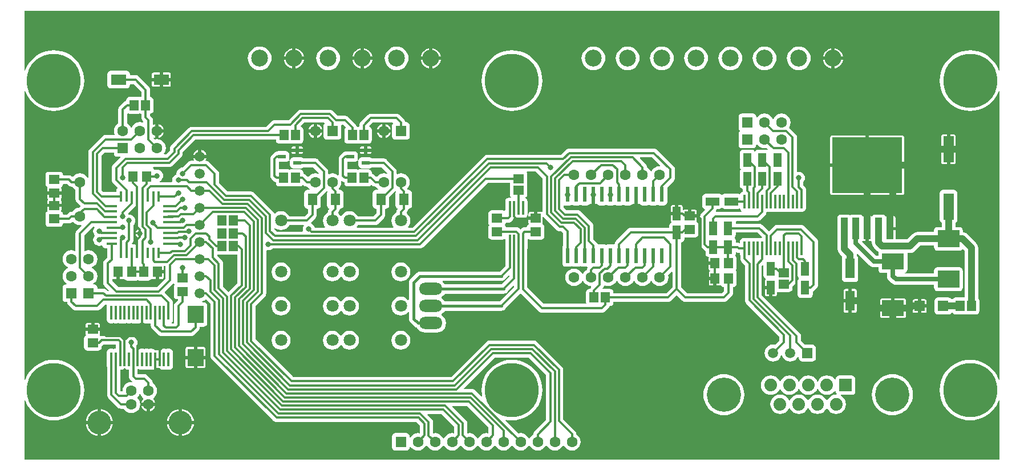
<source format=gtl>
G04 Layer_Physical_Order=1*
G04 Layer_Color=255*
%FSLAX44Y44*%
%MOMM*%
G71*
G01*
G75*
%ADD10R,3.3000X2.4000*%
%ADD11R,1.4224X1.8034*%
%ADD12R,3.2499X2.5001*%
%ADD13R,1.2192X2.0066*%
%ADD14R,2.0066X1.2192*%
%ADD15R,2.3114X1.6002*%
%ADD16R,10.4500X8.3000*%
%ADD17R,1.0500X3.2000*%
%ADD18R,1.5999X3.8999*%
%ADD19R,1.3208X1.5240*%
%ADD20R,1.5240X1.5240*%
%ADD21R,1.4001X3.0000*%
%ADD22R,1.5240X1.3208*%
%ADD23R,0.3000X2.0000*%
%ADD24R,1.3208X1.6002*%
%ADD25R,1.6002X1.3208*%
%ADD26R,0.6000X2.3000*%
%ADD27R,0.3500X2.0000*%
%ADD28R,1.1500X0.6000*%
%ADD29R,1.6500X0.4000*%
%ADD30R,0.4000X1.6500*%
%ADD31R,2.4130X2.6162*%
%ADD32R,0.3500X2.1000*%
%ADD33C,0.3000*%
%ADD34C,1.0000*%
%ADD35C,0.4000*%
%ADD36C,0.3500*%
%ADD37C,0.7000*%
%ADD38C,1.6000*%
%ADD39R,1.6000X1.6000*%
%ADD40C,1.5000*%
%ADD41R,1.5000X1.5000*%
%ADD42R,1.6000X1.6000*%
%ADD43O,3.5000X1.8000*%
%ADD44C,2.5000*%
%ADD45R,1.8796X1.8796*%
%ADD46C,1.8796*%
%ADD47C,5.0800*%
%ADD48C,1.8000*%
%ADD49C,3.5000*%
%ADD50C,1.5240*%
%ADD51C,8.0000*%
%ADD52C,0.8000*%
G36*
X1453607Y585484D02*
X1452337Y585274D01*
X1451664Y587258D01*
X1449055Y592548D01*
X1445777Y597453D01*
X1441888Y601888D01*
X1437453Y605778D01*
X1432548Y609055D01*
X1427258Y611664D01*
X1421672Y613560D01*
X1415886Y614711D01*
X1410000Y615097D01*
X1404114Y614711D01*
X1398328Y613560D01*
X1392742Y611664D01*
X1387452Y609055D01*
X1382547Y605778D01*
X1378112Y601888D01*
X1374223Y597453D01*
X1370945Y592548D01*
X1368336Y587258D01*
X1366440Y581672D01*
X1365289Y575886D01*
X1364903Y570000D01*
X1365289Y564114D01*
X1366440Y558328D01*
X1368336Y552742D01*
X1370945Y547452D01*
X1374223Y542547D01*
X1378112Y538112D01*
X1382547Y534222D01*
X1387452Y530945D01*
X1392742Y528336D01*
X1398328Y526440D01*
X1404114Y525289D01*
X1410000Y524903D01*
X1415886Y525289D01*
X1421672Y526440D01*
X1427258Y528336D01*
X1432548Y530945D01*
X1437453Y534222D01*
X1441888Y538112D01*
X1445777Y542547D01*
X1449055Y547452D01*
X1451664Y552742D01*
X1452337Y554726D01*
X1453607Y554516D01*
Y125484D01*
X1452337Y125274D01*
X1451664Y127258D01*
X1449055Y132548D01*
X1445777Y137453D01*
X1441888Y141888D01*
X1437453Y145778D01*
X1432548Y149055D01*
X1427258Y151664D01*
X1421672Y153560D01*
X1415886Y154711D01*
X1410000Y155097D01*
X1404114Y154711D01*
X1398328Y153560D01*
X1392742Y151664D01*
X1387452Y149055D01*
X1382547Y145778D01*
X1378112Y141888D01*
X1374223Y137453D01*
X1370945Y132548D01*
X1368336Y127258D01*
X1366440Y121672D01*
X1365289Y115886D01*
X1364903Y110000D01*
X1365289Y104114D01*
X1366440Y98328D01*
X1368336Y92742D01*
X1370945Y87452D01*
X1374223Y82547D01*
X1378112Y78112D01*
X1382547Y74222D01*
X1387452Y70945D01*
X1392742Y68336D01*
X1398328Y66440D01*
X1404114Y65289D01*
X1410000Y64903D01*
X1415886Y65289D01*
X1421672Y66440D01*
X1427258Y68336D01*
X1432548Y70945D01*
X1437453Y74222D01*
X1441888Y78112D01*
X1445777Y82547D01*
X1449055Y87452D01*
X1451664Y92742D01*
X1452337Y94726D01*
X1453607Y94516D01*
Y6393D01*
X6393D01*
Y94516D01*
X7663Y94726D01*
X8336Y92742D01*
X10945Y87452D01*
X14223Y82547D01*
X18112Y78112D01*
X22547Y74222D01*
X27452Y70945D01*
X32742Y68336D01*
X38328Y66440D01*
X44114Y65289D01*
X50000Y64903D01*
X55886Y65289D01*
X61672Y66440D01*
X67258Y68336D01*
X72548Y70945D01*
X77453Y74222D01*
X81888Y78112D01*
X85778Y82547D01*
X89055Y87452D01*
X91664Y92742D01*
X93560Y98328D01*
X94711Y104114D01*
X95097Y110000D01*
X94711Y115886D01*
X93560Y121672D01*
X91664Y127258D01*
X89055Y132548D01*
X85778Y137453D01*
X81888Y141888D01*
X77453Y145778D01*
X72548Y149055D01*
X67258Y151664D01*
X61672Y153560D01*
X55886Y154711D01*
X50000Y155097D01*
X44114Y154711D01*
X38328Y153560D01*
X32742Y151664D01*
X27452Y149055D01*
X22547Y145778D01*
X18112Y141888D01*
X14223Y137453D01*
X10945Y132548D01*
X8336Y127258D01*
X7663Y125274D01*
X6393Y125484D01*
Y554516D01*
X7663Y554726D01*
X8336Y552742D01*
X10945Y547452D01*
X14223Y542547D01*
X18112Y538112D01*
X22547Y534222D01*
X27452Y530945D01*
X32742Y528336D01*
X38328Y526440D01*
X44114Y525289D01*
X50000Y524903D01*
X55886Y525289D01*
X61672Y526440D01*
X67258Y528336D01*
X72548Y530945D01*
X77453Y534222D01*
X81888Y538112D01*
X85778Y542547D01*
X89055Y547452D01*
X91664Y552742D01*
X93560Y558328D01*
X94711Y564114D01*
X95097Y570000D01*
X94711Y575886D01*
X93560Y581672D01*
X91664Y587258D01*
X89055Y592548D01*
X85778Y597453D01*
X81888Y601888D01*
X77453Y605778D01*
X72548Y609055D01*
X67258Y611664D01*
X61672Y613560D01*
X55886Y614711D01*
X50000Y615097D01*
X44114Y614711D01*
X38328Y613560D01*
X32742Y611664D01*
X27452Y609055D01*
X22547Y605778D01*
X18112Y601888D01*
X14223Y597453D01*
X10945Y592548D01*
X8336Y587258D01*
X7663Y585274D01*
X6393Y585484D01*
Y673607D01*
X1453607D01*
Y585484D01*
D02*
G37*
%LPC*%
G36*
X120102Y81613D02*
Y64222D01*
X137493D01*
X137352Y65651D01*
X136206Y69428D01*
X134345Y72909D01*
X131841Y75961D01*
X128790Y78465D01*
X125308Y80326D01*
X121531Y81472D01*
X120102Y81613D01*
D02*
G37*
G36*
X240498D02*
Y64222D01*
X257889D01*
X257748Y65651D01*
X256602Y69428D01*
X254741Y72909D01*
X252237Y75961D01*
X249186Y78465D01*
X245704Y80326D01*
X241926Y81472D01*
X240498Y81613D01*
D02*
G37*
G36*
X1385950Y407548D02*
X1369950D01*
X1367999Y407160D01*
X1366346Y406055D01*
X1365240Y404401D01*
X1364852Y402450D01*
Y363451D01*
X1365240Y361500D01*
X1366346Y359846D01*
X1367864Y358832D01*
Y352398D01*
X1361700D01*
X1359749Y352010D01*
X1358096Y350905D01*
X1356991Y349251D01*
X1356602Y347301D01*
Y344886D01*
X1331750D01*
X1329139Y344543D01*
X1326707Y343535D01*
X1324618Y341932D01*
X1316622Y333936D01*
X1299192D01*
X1299140Y334000D01*
Y347500D01*
X1291300D01*
Y350000D01*
X1288800D01*
Y368590D01*
X1286050D01*
X1285059Y368393D01*
X1284345Y367916D01*
X1284260Y367951D01*
X1283155Y369605D01*
X1281501Y370710D01*
X1279550Y371098D01*
X1269050D01*
X1267099Y370710D01*
X1265445Y369605D01*
X1264340Y367951D01*
X1264255Y367916D01*
X1263541Y368393D01*
X1262550Y368590D01*
X1259800D01*
Y350000D01*
Y331410D01*
X1262550D01*
X1262944Y331488D01*
X1264214Y330646D01*
Y329075D01*
X1264557Y326465D01*
X1265565Y324032D01*
X1267168Y321943D01*
X1272393Y316718D01*
X1274179Y315347D01*
X1273802Y313450D01*
Y310023D01*
X1270551D01*
X1249565Y331009D01*
X1250260Y332049D01*
X1250345Y332084D01*
X1251059Y331607D01*
X1252050Y331410D01*
X1254800D01*
Y350000D01*
Y368590D01*
X1252050D01*
X1251059Y368393D01*
X1250345Y367916D01*
X1250260Y367951D01*
X1249155Y369605D01*
X1247501Y370710D01*
X1245550Y371098D01*
X1235050D01*
X1233099Y370710D01*
X1231800Y369842D01*
X1230501Y370710D01*
X1228550Y371098D01*
X1218050D01*
X1216099Y370710D01*
X1214445Y369605D01*
X1213340Y367951D01*
X1212952Y366000D01*
Y334000D01*
X1213214Y332684D01*
Y319750D01*
X1213557Y317139D01*
X1214565Y314707D01*
X1216168Y312618D01*
X1220568Y308218D01*
X1220190Y307651D01*
X1219802Y305700D01*
Y275700D01*
X1220190Y273750D01*
X1221295Y272096D01*
X1222949Y270991D01*
X1224900Y270602D01*
X1238900D01*
X1240851Y270991D01*
X1242505Y272096D01*
X1243610Y273750D01*
X1243998Y275700D01*
Y305700D01*
X1243610Y307651D01*
X1242505Y309305D01*
X1241986Y309652D01*
Y311150D01*
X1241775Y312754D01*
X1242978Y313348D01*
X1260938Y295388D01*
X1262713Y294025D01*
X1264781Y293169D01*
X1267000Y292877D01*
X1273802D01*
Y289450D01*
X1274190Y287499D01*
X1275295Y285845D01*
X1276949Y284740D01*
X1278900Y284352D01*
X1286827D01*
Y279400D01*
X1287119Y277181D01*
X1287975Y275113D01*
X1289338Y273338D01*
X1293938Y268738D01*
X1295713Y267375D01*
X1297781Y266519D01*
X1300000Y266227D01*
X1356602D01*
Y262299D01*
X1356991Y260349D01*
X1358096Y258695D01*
X1359749Y257590D01*
X1361700Y257201D01*
X1394200D01*
X1396151Y257590D01*
X1397804Y258695D01*
X1398909Y260349D01*
X1399298Y262299D01*
Y287301D01*
X1398909Y289252D01*
X1397804Y290905D01*
X1396151Y292011D01*
X1394200Y292399D01*
X1361700D01*
X1359749Y292011D01*
X1358096Y290905D01*
X1356991Y289252D01*
X1356602Y287301D01*
Y283373D01*
X1313490D01*
X1313365Y284643D01*
X1313851Y284740D01*
X1315505Y285845D01*
X1316610Y287499D01*
X1316998Y289450D01*
Y313450D01*
X1317256Y313764D01*
X1320800D01*
X1323410Y314107D01*
X1325843Y315115D01*
X1327932Y316718D01*
X1335928Y324714D01*
X1356602D01*
Y322299D01*
X1356991Y320348D01*
X1358096Y318694D01*
X1359749Y317589D01*
X1361700Y317201D01*
X1394200D01*
X1396151Y317589D01*
X1397804Y318694D01*
X1398201Y319289D01*
X1399836Y319450D01*
X1401900Y317386D01*
Y248034D01*
X1401454Y247668D01*
X1388246D01*
X1386295Y247280D01*
X1384641Y246175D01*
X1383880Y245036D01*
X1382036D01*
X1381275Y246175D01*
X1379621Y247280D01*
X1377670Y247668D01*
X1362430D01*
X1360479Y247280D01*
X1358825Y246175D01*
X1357720Y244521D01*
X1357332Y242570D01*
Y227330D01*
X1357720Y225379D01*
X1358825Y223725D01*
X1360479Y222620D01*
X1362430Y222232D01*
X1377670D01*
X1379621Y222620D01*
X1381275Y223725D01*
X1382036Y224864D01*
X1383880D01*
X1384641Y223725D01*
X1386295Y222620D01*
X1388246Y222232D01*
X1401454D01*
X1403405Y222620D01*
X1403418Y222629D01*
X1403431Y222620D01*
X1405382Y222232D01*
X1418590D01*
X1420541Y222620D01*
X1422195Y223725D01*
X1423300Y225379D01*
X1423688Y227330D01*
Y242570D01*
X1423300Y244521D01*
X1422195Y246175D01*
X1422072Y246257D01*
Y321564D01*
X1421729Y324174D01*
X1420721Y326607D01*
X1419118Y328696D01*
X1405882Y341932D01*
X1403793Y343535D01*
X1401361Y344543D01*
X1399298Y344814D01*
Y347301D01*
X1398909Y349251D01*
X1397804Y350905D01*
X1396151Y352010D01*
X1394200Y352398D01*
X1388036D01*
Y358832D01*
X1389554Y359846D01*
X1390660Y361500D01*
X1391048Y363451D01*
Y402450D01*
X1390660Y404401D01*
X1389554Y406055D01*
X1387901Y407160D01*
X1385950Y407548D01*
D02*
G37*
G36*
X115102Y81613D02*
X113673Y81472D01*
X109896Y80326D01*
X106414Y78465D01*
X103363Y75961D01*
X100859Y72909D01*
X98998Y69428D01*
X97852Y65651D01*
X97711Y64222D01*
X115102D01*
Y81613D01*
D02*
G37*
G36*
X1296550Y368590D02*
X1293800D01*
Y352500D01*
X1299140D01*
Y366000D01*
X1298943Y366991D01*
X1298381Y367831D01*
X1297541Y368393D01*
X1296550Y368590D01*
D02*
G37*
G36*
X235498Y81613D02*
X234069Y81472D01*
X230292Y80326D01*
X226810Y78465D01*
X223759Y75961D01*
X221255Y72909D01*
X219394Y69428D01*
X218248Y65651D01*
X218107Y64222D01*
X235498D01*
Y81613D01*
D02*
G37*
G36*
X1044448Y133618D02*
X1039678Y133243D01*
X1035025Y132126D01*
X1030604Y130294D01*
X1026524Y127794D01*
X1022886Y124686D01*
X1019778Y121048D01*
X1017278Y116968D01*
X1015446Y112547D01*
X1014329Y107894D01*
X1013954Y103124D01*
X1014329Y98354D01*
X1015446Y93701D01*
X1017278Y89280D01*
X1019778Y85200D01*
X1022886Y81561D01*
X1026524Y78454D01*
X1030604Y75954D01*
X1035025Y74123D01*
X1039678Y73005D01*
X1044448Y72630D01*
X1049218Y73005D01*
X1053871Y74123D01*
X1058292Y75954D01*
X1062372Y78454D01*
X1066011Y81561D01*
X1069118Y85200D01*
X1071618Y89280D01*
X1073449Y93701D01*
X1074566Y98354D01*
X1074942Y103124D01*
X1074566Y107894D01*
X1073449Y112547D01*
X1071618Y116968D01*
X1069118Y121048D01*
X1066011Y124686D01*
X1062372Y127794D01*
X1058292Y130294D01*
X1053871Y132126D01*
X1049218Y133243D01*
X1044448Y133618D01*
D02*
G37*
G36*
X200602Y86400D02*
X192800D01*
Y78598D01*
X193051Y78631D01*
X195615Y79693D01*
X197817Y81383D01*
X199507Y83584D01*
X200569Y86149D01*
X200602Y86400D01*
D02*
G37*
G36*
X565150Y299871D02*
X561495Y299390D01*
X558090Y297979D01*
X555165Y295735D01*
X552921Y292810D01*
X551510Y289405D01*
X551029Y285750D01*
X551510Y282095D01*
X552921Y278690D01*
X555165Y275765D01*
X558090Y273521D01*
X561495Y272110D01*
X565150Y271629D01*
X568805Y272110D01*
X572210Y273521D01*
X575135Y275765D01*
X577379Y278690D01*
X578790Y282095D01*
X579271Y285750D01*
X578790Y289405D01*
X577379Y292810D01*
X575135Y295735D01*
X572210Y297979D01*
X568805Y299390D01*
X565150Y299871D01*
D02*
G37*
G36*
X387350D02*
X383695Y299390D01*
X380290Y297979D01*
X377365Y295735D01*
X375121Y292810D01*
X373710Y289405D01*
X373229Y285750D01*
X373710Y282095D01*
X375121Y278690D01*
X377365Y275765D01*
X380290Y273521D01*
X383695Y272110D01*
X387350Y271629D01*
X391005Y272110D01*
X394410Y273521D01*
X397335Y275765D01*
X399579Y278690D01*
X400990Y282095D01*
X401471Y285750D01*
X400990Y289405D01*
X399579Y292810D01*
X397335Y295735D01*
X394410Y297979D01*
X391005Y299390D01*
X387350Y299871D01*
D02*
G37*
G36*
X1294670Y133618D02*
X1289900Y133243D01*
X1285247Y132126D01*
X1280826Y130294D01*
X1276746Y127794D01*
X1273108Y124686D01*
X1270000Y121048D01*
X1267500Y116968D01*
X1265668Y112547D01*
X1264551Y107894D01*
X1264176Y103124D01*
X1264551Y98354D01*
X1265668Y93701D01*
X1267500Y89280D01*
X1270000Y85200D01*
X1273108Y81561D01*
X1276746Y78454D01*
X1280826Y75954D01*
X1285247Y74123D01*
X1289900Y73005D01*
X1294670Y72630D01*
X1299440Y73005D01*
X1304093Y74123D01*
X1308514Y75954D01*
X1312594Y78454D01*
X1316232Y81561D01*
X1319340Y85200D01*
X1321840Y89280D01*
X1323672Y93701D01*
X1324789Y98354D01*
X1325164Y103124D01*
X1324789Y107894D01*
X1323672Y112547D01*
X1321840Y116968D01*
X1319340Y121048D01*
X1316232Y124686D01*
X1312594Y127794D01*
X1308514Y130294D01*
X1304093Y132126D01*
X1299440Y133243D01*
X1294670Y133618D01*
D02*
G37*
G36*
X488950Y299871D02*
X485295Y299390D01*
X481890Y297979D01*
X478965Y295735D01*
X477002Y293176D01*
X476659Y293074D01*
X475841D01*
X475498Y293176D01*
X473535Y295735D01*
X470610Y297979D01*
X467205Y299390D01*
X463550Y299871D01*
X459895Y299390D01*
X456490Y297979D01*
X453565Y295735D01*
X451321Y292810D01*
X449910Y289405D01*
X449429Y285750D01*
X449910Y282095D01*
X451321Y278690D01*
X453565Y275765D01*
X456490Y273521D01*
X459895Y272110D01*
X463550Y271629D01*
X467205Y272110D01*
X470610Y273521D01*
X473535Y275765D01*
X475498Y278323D01*
X475841Y278426D01*
X476659D01*
X477002Y278323D01*
X478965Y275765D01*
X481890Y273521D01*
X485295Y272110D01*
X488950Y271629D01*
X492605Y272110D01*
X496010Y273521D01*
X498935Y275765D01*
X501179Y278690D01*
X502590Y282095D01*
X503071Y285750D01*
X502590Y289405D01*
X501179Y292810D01*
X498935Y295735D01*
X496010Y297979D01*
X492605Y299390D01*
X488950Y299871D01*
D02*
G37*
G36*
X187800Y86400D02*
X179998D01*
X180031Y86149D01*
X181093Y83584D01*
X182783Y81383D01*
X184984Y79693D01*
X187549Y78631D01*
X187800Y78598D01*
Y86400D01*
D02*
G37*
G36*
X1388539Y465449D02*
X1380450D01*
Y445860D01*
X1385950D01*
X1386941Y446057D01*
X1387781Y446618D01*
X1388342Y447459D01*
X1388539Y448450D01*
Y465449D01*
D02*
G37*
G36*
X1375450D02*
X1367361D01*
Y448450D01*
X1367558Y447459D01*
X1368119Y446618D01*
X1368959Y446057D01*
X1369950Y445860D01*
X1375450D01*
Y465449D01*
D02*
G37*
G36*
X235498Y59222D02*
X218107D01*
X218248Y57793D01*
X219394Y54016D01*
X221255Y50535D01*
X223759Y47483D01*
X226810Y44979D01*
X230292Y43118D01*
X234069Y41972D01*
X235498Y41831D01*
Y59222D01*
D02*
G37*
G36*
X264200Y466997D02*
X264079Y466982D01*
X261637Y465970D01*
X259539Y464361D01*
X257930Y462263D01*
X256918Y459821D01*
X256903Y459700D01*
X264200D01*
Y466997D01*
D02*
G37*
G36*
X1309550Y488590D02*
X1259800D01*
Y447000D01*
X1312140D01*
Y486000D01*
X1311943Y486991D01*
X1311381Y487831D01*
X1310541Y488393D01*
X1309550Y488590D01*
D02*
G37*
G36*
X1254800D02*
X1205050D01*
X1204059Y488393D01*
X1203219Y487831D01*
X1202657Y486991D01*
X1202460Y486000D01*
Y447000D01*
X1254800D01*
Y488590D01*
D02*
G37*
G36*
X137493Y59222D02*
X120102D01*
Y41831D01*
X121531Y41972D01*
X125308Y43118D01*
X128790Y44979D01*
X131841Y47483D01*
X134345Y50535D01*
X136206Y54016D01*
X137352Y57793D01*
X137493Y59222D01*
D02*
G37*
G36*
X972225Y385398D02*
X968629D01*
X967638Y385201D01*
X966798Y384639D01*
X966236Y383799D01*
X966039Y382808D01*
Y375275D01*
X972225D01*
Y385398D01*
D02*
G37*
G36*
X257889Y59222D02*
X240498D01*
Y41831D01*
X241926Y41972D01*
X245704Y43118D01*
X249186Y44979D01*
X252237Y47483D01*
X254741Y50535D01*
X256602Y54016D01*
X257748Y57793D01*
X257889Y59222D01*
D02*
G37*
G36*
X1001776Y377969D02*
X996275D01*
Y371275D01*
X1004366D01*
Y375379D01*
X1004169Y376370D01*
X1003607Y377210D01*
X1002767Y377772D01*
X1001776Y377969D01*
D02*
G37*
G36*
X1312140Y442000D02*
X1259800D01*
Y400410D01*
X1309550D01*
X1310541Y400607D01*
X1311381Y401169D01*
X1311943Y402009D01*
X1312140Y403000D01*
Y442000D01*
D02*
G37*
G36*
X1254800D02*
X1202460D01*
Y403000D01*
X1202657Y402009D01*
X1203219Y401169D01*
X1204059Y400607D01*
X1205050Y400410D01*
X1254800D01*
Y442000D01*
D02*
G37*
G36*
X61391Y400250D02*
X50800D01*
X40209D01*
Y396146D01*
X40406Y395155D01*
X40968Y394315D01*
Y393085D01*
X40406Y392245D01*
X40209Y391254D01*
Y387150D01*
X50800D01*
X61391D01*
Y391254D01*
X61194Y392245D01*
X60632Y393085D01*
Y394315D01*
X61194Y395155D01*
X61391Y396146D01*
Y400250D01*
D02*
G37*
G36*
X1028900Y273725D02*
X1022206D01*
Y268224D01*
X1022403Y267233D01*
X1022965Y266393D01*
X1023805Y265831D01*
X1024796Y265634D01*
X1028900D01*
Y273725D01*
D02*
G37*
G36*
X1332524Y232450D02*
X1324814D01*
Y227330D01*
X1325011Y226339D01*
X1325573Y225499D01*
X1326413Y224937D01*
X1327404Y224740D01*
X1332524D01*
Y232450D01*
D02*
G37*
G36*
X387350Y249071D02*
X383695Y248590D01*
X380290Y247179D01*
X377365Y244935D01*
X375121Y242010D01*
X373710Y238605D01*
X373229Y234950D01*
X373710Y231295D01*
X375121Y227890D01*
X377365Y224965D01*
X380290Y222721D01*
X383695Y221310D01*
X387350Y220829D01*
X391005Y221310D01*
X394410Y222721D01*
X397335Y224965D01*
X399579Y227890D01*
X400990Y231295D01*
X401471Y234950D01*
X400990Y238605D01*
X399579Y242010D01*
X397335Y244935D01*
X394410Y247179D01*
X391005Y248590D01*
X387350Y249071D01*
D02*
G37*
G36*
X1314490Y229450D02*
X1297900D01*
Y217360D01*
X1311900D01*
X1312891Y217557D01*
X1313731Y218119D01*
X1314293Y218959D01*
X1314490Y219950D01*
Y229450D01*
D02*
G37*
G36*
X1241490Y240200D02*
X1234400D01*
Y225110D01*
X1238900D01*
X1239891Y225307D01*
X1240732Y225868D01*
X1241293Y226709D01*
X1241490Y227700D01*
Y240200D01*
D02*
G37*
G36*
X1229400D02*
X1222310D01*
Y227700D01*
X1222507Y226709D01*
X1223068Y225868D01*
X1223909Y225307D01*
X1224900Y225110D01*
X1229400D01*
Y240200D01*
D02*
G37*
G36*
X1345234Y232450D02*
X1337524D01*
Y224740D01*
X1342644D01*
X1343635Y224937D01*
X1344475Y225499D01*
X1345037Y226339D01*
X1345234Y227330D01*
Y232450D01*
D02*
G37*
G36*
X1292900Y229450D02*
X1276310D01*
Y219950D01*
X1276507Y218959D01*
X1277069Y218119D01*
X1277909Y217557D01*
X1278900Y217360D01*
X1292900D01*
Y229450D01*
D02*
G37*
G36*
X488950Y198271D02*
X485295Y197790D01*
X481890Y196379D01*
X478965Y194135D01*
X477002Y191576D01*
X476659Y191474D01*
X475841D01*
X475498Y191576D01*
X473535Y194135D01*
X470610Y196379D01*
X467205Y197790D01*
X463550Y198271D01*
X459895Y197790D01*
X456490Y196379D01*
X453565Y194135D01*
X451321Y191210D01*
X449910Y187805D01*
X449429Y184150D01*
X449910Y180495D01*
X451321Y177090D01*
X453565Y174165D01*
X456490Y171921D01*
X459895Y170510D01*
X463550Y170029D01*
X467205Y170510D01*
X470610Y171921D01*
X473535Y174165D01*
X475498Y176723D01*
X475841Y176826D01*
X476659D01*
X477002Y176723D01*
X478965Y174165D01*
X481890Y171921D01*
X485295Y170510D01*
X488950Y170029D01*
X492605Y170510D01*
X496010Y171921D01*
X498935Y174165D01*
X501179Y177090D01*
X502590Y180495D01*
X503071Y184150D01*
X502590Y187805D01*
X501179Y191210D01*
X498935Y194135D01*
X496010Y196379D01*
X492605Y197790D01*
X488950Y198271D01*
D02*
G37*
G36*
X118541Y198000D02*
X107950D01*
X97359D01*
Y193896D01*
X97556Y192905D01*
X97619Y192812D01*
X97929Y191863D01*
X97295Y191184D01*
X96344Y190549D01*
X95239Y188895D01*
X94851Y186944D01*
Y173736D01*
X95239Y171785D01*
X96344Y170131D01*
X97998Y169026D01*
X99949Y168638D01*
X115951D01*
X117902Y169026D01*
X119556Y170131D01*
X120661Y171785D01*
X121049Y173736D01*
Y174908D01*
X122087Y175704D01*
X123977Y177594D01*
X141994D01*
Y171598D01*
X140300D01*
X138800Y171300D01*
X137300Y171598D01*
X133800D01*
X131849Y171210D01*
X130195Y170105D01*
X129090Y168451D01*
X128702Y166500D01*
Y145500D01*
X128994Y144033D01*
Y102908D01*
X129217Y101211D01*
X129872Y99630D01*
X130914Y98272D01*
X144922Y84264D01*
X146280Y83222D01*
X147861Y82567D01*
X149558Y82344D01*
X153744D01*
X155828Y79628D01*
X158544Y77544D01*
X161706Y76235D01*
X165100Y75788D01*
X168494Y76235D01*
X171656Y77544D01*
X174372Y79628D01*
X176455Y82344D01*
X177765Y85506D01*
X178212Y88900D01*
X177765Y92294D01*
X176455Y95456D01*
X174532Y97963D01*
X174372Y98796D01*
Y98816D01*
X174532Y99649D01*
X176455Y102156D01*
X177065Y103628D01*
X178335D01*
X178944Y102156D01*
X181028Y99440D01*
X182832Y98056D01*
Y96455D01*
X182783Y96417D01*
X181093Y94215D01*
X180031Y91651D01*
X179998Y91400D01*
X200602D01*
X200569Y91651D01*
X199507Y94215D01*
X197817Y96417D01*
X197768Y96455D01*
Y98056D01*
X199572Y99440D01*
X201655Y102156D01*
X202965Y105318D01*
X203412Y108712D01*
X202965Y112106D01*
X201655Y115268D01*
X199572Y117984D01*
X196856Y120068D01*
Y120850D01*
X196633Y122547D01*
X195978Y124128D01*
X194936Y125486D01*
X188786Y131636D01*
X187428Y132678D01*
X185847Y133333D01*
X184150Y133556D01*
X174606D01*
Y141239D01*
X175153Y141569D01*
X175876Y141774D01*
X177349Y140790D01*
X179300Y140402D01*
X182800D01*
X184300Y140700D01*
X185800Y140402D01*
X189300D01*
X190800Y140700D01*
X192300Y140402D01*
X195800D01*
X197751Y140790D01*
X199405Y141895D01*
X200083Y142910D01*
X202300D01*
X203291Y143107D01*
X203800Y143447D01*
X204309Y143107D01*
X205300Y142910D01*
X207517D01*
X208195Y141895D01*
X209849Y140790D01*
X211800Y140402D01*
X215300D01*
X216800Y140700D01*
X218300Y140402D01*
X221800D01*
X223751Y140790D01*
X225405Y141895D01*
X226510Y143549D01*
X226898Y145500D01*
Y166500D01*
X226510Y168451D01*
X225405Y170105D01*
X223751Y171210D01*
X221800Y171598D01*
X218300D01*
X216800Y171300D01*
X215300Y171598D01*
X211800D01*
X209849Y171210D01*
X208195Y170105D01*
X207517Y169090D01*
X205300D01*
X204309Y168893D01*
X203800Y168552D01*
X203291Y168893D01*
X202300Y169090D01*
X200083D01*
X199405Y170105D01*
X197751Y171210D01*
X195800Y171598D01*
X192300D01*
X190800Y171300D01*
X189300Y171598D01*
X185800D01*
X184300Y171300D01*
X182800Y171598D01*
X179300D01*
X177349Y171210D01*
X175876Y170226D01*
X175153Y170431D01*
X174606Y170761D01*
Y171450D01*
X174383Y173147D01*
X173728Y174728D01*
X172689Y176081D01*
X172962Y176436D01*
X173868Y178626D01*
X174178Y180975D01*
X173868Y183325D01*
X172962Y185514D01*
X171519Y187394D01*
X169639Y188836D01*
X167449Y189743D01*
X165100Y190053D01*
X162750Y189743D01*
X160561Y188836D01*
X158681Y187394D01*
X157239Y185514D01*
X156332Y183325D01*
X156249Y182697D01*
X154968D01*
X154883Y183347D01*
X154228Y184928D01*
X153186Y186286D01*
X150686Y188786D01*
X149328Y189828D01*
X147747Y190483D01*
X146050Y190706D01*
X121261D01*
X119597Y190487D01*
X119556Y190549D01*
X118605Y191184D01*
X117971Y191863D01*
X118281Y192812D01*
X118344Y192905D01*
X118541Y193896D01*
Y198000D01*
D02*
G37*
G36*
X565150Y198271D02*
X561495Y197790D01*
X558090Y196379D01*
X555165Y194135D01*
X552921Y191210D01*
X551510Y187805D01*
X551029Y184150D01*
X551510Y180495D01*
X552921Y177090D01*
X555165Y174165D01*
X558090Y171921D01*
X561495Y170510D01*
X565150Y170029D01*
X568805Y170510D01*
X572210Y171921D01*
X575135Y174165D01*
X577379Y177090D01*
X578790Y180495D01*
X579271Y184150D01*
X578790Y187805D01*
X577379Y191210D01*
X575135Y194135D01*
X572210Y196379D01*
X568805Y197790D01*
X565150Y198271D01*
D02*
G37*
G36*
X272415Y174171D02*
X262850D01*
Y161000D01*
X275005D01*
Y171581D01*
X274808Y172572D01*
X274246Y173412D01*
X273406Y173974D01*
X272415Y174171D01*
D02*
G37*
G36*
X115951Y209694D02*
X110450D01*
Y203000D01*
X118541D01*
Y207104D01*
X118344Y208095D01*
X117782Y208935D01*
X116942Y209497D01*
X115951Y209694D01*
D02*
G37*
G36*
X105450D02*
X99949D01*
X98958Y209497D01*
X98118Y208935D01*
X97556Y208095D01*
X97359Y207104D01*
Y203000D01*
X105450D01*
Y209694D01*
D02*
G37*
G36*
X275005Y156000D02*
X262850D01*
Y142829D01*
X272415D01*
X273406Y143026D01*
X274246Y143588D01*
X274808Y144428D01*
X275005Y145419D01*
Y156000D01*
D02*
G37*
G36*
X1111925Y259725D02*
X1105739D01*
Y252192D01*
X1105936Y251201D01*
X1106498Y250361D01*
X1107338Y249799D01*
X1108329Y249602D01*
X1111925D01*
Y259725D01*
D02*
G37*
G36*
X1238900Y260289D02*
X1234400D01*
Y245200D01*
X1241490D01*
Y257700D01*
X1241293Y258691D01*
X1240732Y259531D01*
X1239891Y260092D01*
X1238900Y260289D01*
D02*
G37*
G36*
X387350Y198271D02*
X383695Y197790D01*
X380290Y196379D01*
X377365Y194135D01*
X375121Y191210D01*
X373710Y187805D01*
X373229Y184150D01*
X373710Y180495D01*
X375121Y177090D01*
X377365Y174165D01*
X380290Y171921D01*
X383695Y170510D01*
X387350Y170029D01*
X391005Y170510D01*
X394410Y171921D01*
X397335Y174165D01*
X399579Y177090D01*
X400990Y180495D01*
X401471Y184150D01*
X400990Y187805D01*
X399579Y191210D01*
X397335Y194135D01*
X394410Y196379D01*
X391005Y197790D01*
X387350Y198271D01*
D02*
G37*
G36*
X1197370Y131846D02*
X1193611Y131351D01*
X1190109Y129901D01*
X1187101Y127593D01*
X1184793Y124585D01*
X1184155Y123044D01*
X1182885D01*
X1182247Y124585D01*
X1179939Y127593D01*
X1176931Y129901D01*
X1173429Y131351D01*
X1169670Y131846D01*
X1165911Y131351D01*
X1162409Y129901D01*
X1159401Y127593D01*
X1157093Y124585D01*
X1156335Y122754D01*
X1155065D01*
X1154307Y124585D01*
X1151999Y127593D01*
X1148991Y129901D01*
X1145489Y131351D01*
X1141730Y131846D01*
X1137971Y131351D01*
X1134469Y129901D01*
X1131461Y127593D01*
X1129153Y124585D01*
X1128522Y123061D01*
X1127252D01*
X1126621Y124585D01*
X1124313Y127593D01*
X1121305Y129901D01*
X1117803Y131351D01*
X1114044Y131846D01*
X1110285Y131351D01*
X1106783Y129901D01*
X1103775Y127593D01*
X1101467Y124585D01*
X1100017Y121083D01*
X1099522Y117324D01*
X1100017Y113565D01*
X1101467Y110063D01*
X1103775Y107055D01*
X1106783Y104747D01*
X1110285Y103297D01*
X1114044Y102802D01*
X1117803Y103297D01*
X1121305Y104747D01*
X1124313Y107055D01*
X1126621Y110063D01*
X1127252Y111587D01*
X1128522D01*
X1129153Y110063D01*
X1131461Y107055D01*
X1134469Y104747D01*
X1137971Y103297D01*
X1141730Y102802D01*
X1145489Y103297D01*
X1148991Y104747D01*
X1151999Y107055D01*
X1154307Y110063D01*
X1155065Y111894D01*
X1156335D01*
X1157093Y110063D01*
X1159401Y107055D01*
X1162409Y104747D01*
X1165911Y103297D01*
X1169670Y102802D01*
X1173429Y103297D01*
X1176931Y104747D01*
X1179939Y107055D01*
X1182247Y110063D01*
X1182885Y111604D01*
X1184155D01*
X1184793Y110063D01*
X1187101Y107055D01*
X1190109Y104747D01*
X1193611Y103297D01*
X1197370Y102802D01*
X1201129Y103297D01*
X1204631Y104747D01*
X1207639Y107055D01*
X1209304Y109226D01*
X1210574Y108794D01*
Y107926D01*
X1210962Y105975D01*
X1211874Y104611D01*
X1211411Y103575D01*
X1211265Y103410D01*
X1211170Y103422D01*
X1207411Y102927D01*
X1203909Y101477D01*
X1200901Y99169D01*
X1198593Y96161D01*
X1197955Y94620D01*
X1196685D01*
X1196047Y96161D01*
X1193739Y99169D01*
X1190731Y101477D01*
X1187229Y102927D01*
X1183470Y103422D01*
X1179711Y102927D01*
X1176209Y101477D01*
X1173201Y99169D01*
X1170893Y96161D01*
X1170220Y94535D01*
X1168950D01*
X1168277Y96161D01*
X1165969Y99169D01*
X1162961Y101477D01*
X1159459Y102927D01*
X1155700Y103422D01*
X1151941Y102927D01*
X1148439Y101477D01*
X1145431Y99169D01*
X1143123Y96161D01*
X1142492Y94637D01*
X1141222D01*
X1140591Y96161D01*
X1138283Y99169D01*
X1135275Y101477D01*
X1131773Y102927D01*
X1128014Y103422D01*
X1124255Y102927D01*
X1120753Y101477D01*
X1117745Y99169D01*
X1115437Y96161D01*
X1113987Y92659D01*
X1113492Y88900D01*
X1113987Y85141D01*
X1115437Y81639D01*
X1117745Y78631D01*
X1120753Y76323D01*
X1124255Y74873D01*
X1128014Y74378D01*
X1131773Y74873D01*
X1135275Y76323D01*
X1138283Y78631D01*
X1140591Y81639D01*
X1141222Y83163D01*
X1142492D01*
X1143123Y81639D01*
X1145431Y78631D01*
X1148439Y76323D01*
X1151941Y74873D01*
X1155700Y74378D01*
X1159459Y74873D01*
X1162961Y76323D01*
X1165969Y78631D01*
X1168277Y81639D01*
X1168950Y83265D01*
X1170220D01*
X1170893Y81639D01*
X1173201Y78631D01*
X1176209Y76323D01*
X1179711Y74873D01*
X1183470Y74378D01*
X1187229Y74873D01*
X1190731Y76323D01*
X1193739Y78631D01*
X1196047Y81639D01*
X1196685Y83180D01*
X1197955D01*
X1198593Y81639D01*
X1200901Y78631D01*
X1203909Y76323D01*
X1207411Y74873D01*
X1211170Y74378D01*
X1214929Y74873D01*
X1218431Y76323D01*
X1221439Y78631D01*
X1223747Y81639D01*
X1225197Y85141D01*
X1225692Y88900D01*
X1225197Y92659D01*
X1223747Y96161D01*
X1221439Y99169D01*
X1218431Y101477D01*
X1218234Y101558D01*
X1218487Y102828D01*
X1234468D01*
X1236419Y103216D01*
X1238073Y104321D01*
X1239178Y105975D01*
X1239566Y107926D01*
Y126722D01*
X1239178Y128673D01*
X1238073Y130327D01*
X1236419Y131432D01*
X1234468Y131820D01*
X1215672D01*
X1213721Y131432D01*
X1212067Y130327D01*
X1210962Y128673D01*
X1210574Y126722D01*
Y125854D01*
X1209304Y125422D01*
X1207639Y127593D01*
X1204631Y129901D01*
X1201129Y131351D01*
X1197370Y131846D01*
D02*
G37*
G36*
X257850Y156000D02*
X245695D01*
Y145419D01*
X245892Y144428D01*
X246454Y143588D01*
X247294Y143026D01*
X248285Y142829D01*
X257850D01*
Y156000D01*
D02*
G37*
G36*
X1229400Y260289D02*
X1224900D01*
X1223909Y260092D01*
X1223068Y259531D01*
X1222507Y258691D01*
X1222310Y257700D01*
Y245200D01*
X1229400D01*
Y260289D01*
D02*
G37*
G36*
X1332524Y245160D02*
X1327404D01*
X1326413Y244963D01*
X1325573Y244401D01*
X1325011Y243561D01*
X1324814Y242570D01*
Y237450D01*
X1332524D01*
Y245160D01*
D02*
G37*
G36*
X1311900Y246540D02*
X1297900D01*
Y234450D01*
X1314490D01*
Y243950D01*
X1314293Y244941D01*
X1313731Y245781D01*
X1312891Y246343D01*
X1311900Y246540D01*
D02*
G37*
G36*
X1292900D02*
X1278900D01*
X1277909Y246343D01*
X1277069Y245781D01*
X1276507Y244941D01*
X1276310Y243950D01*
Y234450D01*
X1292900D01*
Y246540D01*
D02*
G37*
G36*
X488950Y249071D02*
X485295Y248590D01*
X481890Y247179D01*
X478965Y244935D01*
X477002Y242376D01*
X476659Y242274D01*
X475841D01*
X475498Y242376D01*
X473535Y244935D01*
X470610Y247179D01*
X467205Y248590D01*
X463550Y249071D01*
X459895Y248590D01*
X456490Y247179D01*
X453565Y244935D01*
X451321Y242010D01*
X449910Y238605D01*
X449429Y234950D01*
X449910Y231295D01*
X451321Y227890D01*
X453565Y224965D01*
X456490Y222721D01*
X459895Y221310D01*
X463550Y220829D01*
X467205Y221310D01*
X470610Y222721D01*
X473535Y224965D01*
X475498Y227523D01*
X475841Y227626D01*
X476659D01*
X477002Y227523D01*
X478965Y224965D01*
X481890Y222721D01*
X485295Y221310D01*
X488950Y220829D01*
X492605Y221310D01*
X496010Y222721D01*
X498935Y224965D01*
X501179Y227890D01*
X502590Y231295D01*
X503071Y234950D01*
X502590Y238605D01*
X501179Y242010D01*
X498935Y244935D01*
X496010Y247179D01*
X492605Y248590D01*
X488950Y249071D01*
D02*
G37*
G36*
X257850Y174171D02*
X248285D01*
X247294Y173974D01*
X246454Y173412D01*
X245892Y172572D01*
X245695Y171581D01*
Y161000D01*
X257850D01*
Y174171D01*
D02*
G37*
G36*
X1342644Y245160D02*
X1337524D01*
Y237450D01*
X1345234D01*
Y242570D01*
X1345037Y243561D01*
X1344475Y244401D01*
X1343635Y244963D01*
X1342644Y245160D01*
D02*
G37*
G36*
X269200Y466997D02*
Y459700D01*
X276497D01*
X276481Y459821D01*
X275470Y462263D01*
X273861Y464361D01*
X271763Y465970D01*
X269321Y466982D01*
X269200Y466997D01*
D02*
G37*
G36*
X1054100Y620835D02*
X1050669Y620497D01*
X1047371Y619496D01*
X1044331Y617871D01*
X1041666Y615684D01*
X1039479Y613019D01*
X1037854Y609979D01*
X1036853Y606681D01*
X1036515Y603250D01*
X1036853Y599819D01*
X1037854Y596521D01*
X1039479Y593480D01*
X1041666Y590816D01*
X1044331Y588629D01*
X1047371Y587004D01*
X1050669Y586003D01*
X1054100Y585665D01*
X1057531Y586003D01*
X1060829Y587004D01*
X1063869Y588629D01*
X1066534Y590816D01*
X1068721Y593480D01*
X1070346Y596521D01*
X1071347Y599819D01*
X1071685Y603250D01*
X1071347Y606681D01*
X1070346Y609979D01*
X1068721Y613019D01*
X1066534Y615684D01*
X1063869Y617871D01*
X1060829Y619496D01*
X1057531Y620497D01*
X1054100Y620835D01*
D02*
G37*
G36*
X1003300D02*
X999869Y620497D01*
X996571Y619496D01*
X993531Y617871D01*
X990866Y615684D01*
X988679Y613019D01*
X987054Y609979D01*
X986053Y606681D01*
X985715Y603250D01*
X986053Y599819D01*
X987054Y596521D01*
X988679Y593480D01*
X990866Y590816D01*
X993531Y588629D01*
X996571Y587004D01*
X999869Y586003D01*
X1003300Y585665D01*
X1006731Y586003D01*
X1010029Y587004D01*
X1013070Y588629D01*
X1015734Y590816D01*
X1017921Y593480D01*
X1019546Y596521D01*
X1020547Y599819D01*
X1020885Y603250D01*
X1020547Y606681D01*
X1019546Y609979D01*
X1017921Y613019D01*
X1015734Y615684D01*
X1013070Y617871D01*
X1010029Y619496D01*
X1006731Y620497D01*
X1003300Y620835D01*
D02*
G37*
G36*
X952500D02*
X949069Y620497D01*
X945771Y619496D01*
X942730Y617871D01*
X940066Y615684D01*
X937879Y613019D01*
X936254Y609979D01*
X935253Y606681D01*
X934915Y603250D01*
X935253Y599819D01*
X936254Y596521D01*
X937879Y593480D01*
X940066Y590816D01*
X942730Y588629D01*
X945771Y587004D01*
X949069Y586003D01*
X952500Y585665D01*
X955931Y586003D01*
X959229Y587004D01*
X962270Y588629D01*
X964934Y590816D01*
X967121Y593480D01*
X968746Y596521D01*
X969747Y599819D01*
X970085Y603250D01*
X969747Y606681D01*
X968746Y609979D01*
X967121Y613019D01*
X964934Y615684D01*
X962270Y617871D01*
X959229Y619496D01*
X955931Y620497D01*
X952500Y620835D01*
D02*
G37*
G36*
X1104900D02*
X1101469Y620497D01*
X1098171Y619496D01*
X1095130Y617871D01*
X1092466Y615684D01*
X1090279Y613019D01*
X1088654Y609979D01*
X1087653Y606681D01*
X1087315Y603250D01*
X1087653Y599819D01*
X1088654Y596521D01*
X1090279Y593480D01*
X1092466Y590816D01*
X1095130Y588629D01*
X1098171Y587004D01*
X1101469Y586003D01*
X1104900Y585665D01*
X1108331Y586003D01*
X1111629Y587004D01*
X1114669Y588629D01*
X1117334Y590816D01*
X1119521Y593480D01*
X1121146Y596521D01*
X1122147Y599819D01*
X1122485Y603250D01*
X1122147Y606681D01*
X1121146Y609979D01*
X1119521Y613019D01*
X1117334Y615684D01*
X1114669Y617871D01*
X1111629Y619496D01*
X1108331Y620497D01*
X1104900Y620835D01*
D02*
G37*
G36*
X522867Y600750D02*
X510500D01*
Y588383D01*
X510948Y588428D01*
X513783Y589288D01*
X516396Y590684D01*
X518686Y592564D01*
X520566Y594854D01*
X521962Y597467D01*
X522822Y600302D01*
X522867Y600750D01*
D02*
G37*
G36*
X421267D02*
X408900D01*
Y588383D01*
X409348Y588428D01*
X412183Y589288D01*
X414796Y590684D01*
X417086Y592564D01*
X418966Y594854D01*
X420362Y597467D01*
X421222Y600302D01*
X421267Y600750D01*
D02*
G37*
G36*
X1155700Y620835D02*
X1152269Y620497D01*
X1148971Y619496D01*
X1145930Y617871D01*
X1143266Y615684D01*
X1141079Y613019D01*
X1139454Y609979D01*
X1138453Y606681D01*
X1138115Y603250D01*
X1138453Y599819D01*
X1139454Y596521D01*
X1141079Y593480D01*
X1143266Y590816D01*
X1145930Y588629D01*
X1148971Y587004D01*
X1152269Y586003D01*
X1155700Y585665D01*
X1159131Y586003D01*
X1162429Y587004D01*
X1165470Y588629D01*
X1168134Y590816D01*
X1170321Y593480D01*
X1171946Y596521D01*
X1172947Y599819D01*
X1173285Y603250D01*
X1172947Y606681D01*
X1171946Y609979D01*
X1170321Y613019D01*
X1168134Y615684D01*
X1165470Y617871D01*
X1162429Y619496D01*
X1159131Y620497D01*
X1155700Y620835D01*
D02*
G37*
G36*
X355600D02*
X352169Y620497D01*
X348871Y619496D01*
X345830Y617871D01*
X343166Y615684D01*
X340979Y613019D01*
X339354Y609979D01*
X338353Y606681D01*
X338015Y603250D01*
X338353Y599819D01*
X339354Y596521D01*
X340979Y593480D01*
X343166Y590816D01*
X345830Y588629D01*
X348871Y587004D01*
X352169Y586003D01*
X355600Y585665D01*
X359031Y586003D01*
X362329Y587004D01*
X365369Y588629D01*
X368034Y590816D01*
X370221Y593480D01*
X371846Y596521D01*
X372847Y599819D01*
X373185Y603250D01*
X372847Y606681D01*
X371846Y609979D01*
X370221Y613019D01*
X368034Y615684D01*
X365369Y617871D01*
X362329Y619496D01*
X359031Y620497D01*
X355600Y620835D01*
D02*
G37*
G36*
X221107Y582091D02*
X212050D01*
Y574000D01*
X223697D01*
Y579501D01*
X223500Y580492D01*
X222938Y581332D01*
X222098Y581894D01*
X221107Y582091D01*
D02*
G37*
G36*
X207050D02*
X197993D01*
X197002Y581894D01*
X196162Y581332D01*
X195600Y580492D01*
X195403Y579501D01*
Y574000D01*
X207050D01*
Y582091D01*
D02*
G37*
G36*
X457200Y620835D02*
X453769Y620497D01*
X450471Y619496D01*
X447430Y617871D01*
X444766Y615684D01*
X442579Y613019D01*
X440954Y609979D01*
X439953Y606681D01*
X439615Y603250D01*
X439953Y599819D01*
X440954Y596521D01*
X442579Y593480D01*
X444766Y590816D01*
X447430Y588629D01*
X450471Y587004D01*
X453769Y586003D01*
X457200Y585665D01*
X460631Y586003D01*
X463929Y587004D01*
X466969Y588629D01*
X469634Y590816D01*
X471821Y593480D01*
X473446Y596521D01*
X474447Y599819D01*
X474785Y603250D01*
X474447Y606681D01*
X473446Y609979D01*
X471821Y613019D01*
X469634Y615684D01*
X466969Y617871D01*
X463929Y619496D01*
X460631Y620497D01*
X457200Y620835D01*
D02*
G37*
G36*
X901700D02*
X898269Y620497D01*
X894971Y619496D01*
X891930Y617871D01*
X889266Y615684D01*
X887079Y613019D01*
X885454Y609979D01*
X884453Y606681D01*
X884115Y603250D01*
X884453Y599819D01*
X885454Y596521D01*
X887079Y593480D01*
X889266Y590816D01*
X891930Y588629D01*
X894971Y587004D01*
X898269Y586003D01*
X901700Y585665D01*
X905131Y586003D01*
X908429Y587004D01*
X911469Y588629D01*
X914134Y590816D01*
X916321Y593480D01*
X917946Y596521D01*
X918947Y599819D01*
X919285Y603250D01*
X918947Y606681D01*
X917946Y609979D01*
X916321Y613019D01*
X914134Y615684D01*
X911469Y617871D01*
X908429Y619496D01*
X905131Y620497D01*
X901700Y620835D01*
D02*
G37*
G36*
X850900D02*
X847469Y620497D01*
X844171Y619496D01*
X841131Y617871D01*
X838466Y615684D01*
X836279Y613019D01*
X834654Y609979D01*
X833653Y606681D01*
X833315Y603250D01*
X833653Y599819D01*
X834654Y596521D01*
X836279Y593480D01*
X838466Y590816D01*
X841131Y588629D01*
X844171Y587004D01*
X847469Y586003D01*
X850900Y585665D01*
X854331Y586003D01*
X857629Y587004D01*
X860669Y588629D01*
X863334Y590816D01*
X865521Y593480D01*
X867146Y596521D01*
X868147Y599819D01*
X868485Y603250D01*
X868147Y606681D01*
X867146Y609979D01*
X865521Y613019D01*
X863334Y615684D01*
X860669Y617871D01*
X857629Y619496D01*
X854331Y620497D01*
X850900Y620835D01*
D02*
G37*
G36*
X558800D02*
X555369Y620497D01*
X552071Y619496D01*
X549030Y617871D01*
X546366Y615684D01*
X544179Y613019D01*
X542554Y609979D01*
X541553Y606681D01*
X541215Y603250D01*
X541553Y599819D01*
X542554Y596521D01*
X544179Y593480D01*
X546366Y590816D01*
X549030Y588629D01*
X552071Y587004D01*
X555369Y586003D01*
X558800Y585665D01*
X562231Y586003D01*
X565529Y587004D01*
X568569Y588629D01*
X571234Y590816D01*
X573421Y593480D01*
X575046Y596521D01*
X576047Y599819D01*
X576385Y603250D01*
X576047Y606681D01*
X575046Y609979D01*
X573421Y613019D01*
X571234Y615684D01*
X568569Y617871D01*
X565529Y619496D01*
X562231Y620497D01*
X558800Y620835D01*
D02*
G37*
G36*
X505500Y618116D02*
X505052Y618072D01*
X502217Y617212D01*
X499604Y615816D01*
X497314Y613936D01*
X495434Y611646D01*
X494038Y609033D01*
X493178Y606198D01*
X493134Y605750D01*
X505500D01*
Y618116D01*
D02*
G37*
G36*
X403900D02*
X403452Y618072D01*
X400617Y617212D01*
X398004Y615816D01*
X395714Y613936D01*
X393834Y611646D01*
X392438Y609033D01*
X391578Y606198D01*
X391534Y605750D01*
X403900D01*
Y618116D01*
D02*
G37*
G36*
X1209000D02*
Y605750D01*
X1221367D01*
X1221322Y606198D01*
X1220462Y609033D01*
X1219066Y611646D01*
X1217186Y613936D01*
X1214896Y615816D01*
X1212283Y617212D01*
X1209448Y618072D01*
X1209000Y618116D01*
D02*
G37*
G36*
X607100D02*
X606652Y618072D01*
X603817Y617212D01*
X601204Y615816D01*
X598914Y613936D01*
X597034Y611646D01*
X595638Y609033D01*
X594778Y606198D01*
X594734Y605750D01*
X607100D01*
Y618116D01*
D02*
G37*
G36*
X612100D02*
Y605750D01*
X624467D01*
X624422Y606198D01*
X623562Y609033D01*
X622166Y611646D01*
X620286Y613936D01*
X617996Y615816D01*
X615383Y617212D01*
X612548Y618072D01*
X612100Y618116D01*
D02*
G37*
G36*
X510500D02*
Y605750D01*
X522867D01*
X522822Y606198D01*
X521962Y609033D01*
X520566Y611646D01*
X518686Y613936D01*
X516396Y615816D01*
X513783Y617212D01*
X510948Y618072D01*
X510500Y618116D01*
D02*
G37*
G36*
X408900D02*
Y605750D01*
X421267D01*
X421222Y606198D01*
X420362Y609033D01*
X418966Y611646D01*
X417086Y613936D01*
X414796Y615816D01*
X412183Y617212D01*
X409348Y618072D01*
X408900Y618116D01*
D02*
G37*
G36*
X1221367Y600750D02*
X1209000D01*
Y588383D01*
X1209448Y588428D01*
X1212283Y589288D01*
X1214896Y590684D01*
X1217186Y592564D01*
X1219066Y594854D01*
X1220462Y597467D01*
X1221322Y600302D01*
X1221367Y600750D01*
D02*
G37*
G36*
X1204000D02*
X1191633D01*
X1191678Y600302D01*
X1192538Y597467D01*
X1193934Y594854D01*
X1195814Y592564D01*
X1198104Y590684D01*
X1200717Y589288D01*
X1203552Y588428D01*
X1204000Y588383D01*
Y600750D01*
D02*
G37*
G36*
X624467Y600750D02*
X612100D01*
Y588383D01*
X612548Y588428D01*
X615383Y589288D01*
X617996Y590684D01*
X620286Y592564D01*
X622166Y594854D01*
X623562Y597467D01*
X624422Y600302D01*
X624467Y600750D01*
D02*
G37*
G36*
X403900D02*
X391534D01*
X391578Y600302D01*
X392438Y597467D01*
X393834Y594854D01*
X395714Y592564D01*
X398004Y590684D01*
X400617Y589288D01*
X403452Y588428D01*
X403900Y588383D01*
Y600750D01*
D02*
G37*
G36*
X1204000Y618116D02*
X1203552Y618072D01*
X1200717Y617212D01*
X1198104Y615816D01*
X1195814Y613936D01*
X1193934Y611646D01*
X1192538Y609033D01*
X1191678Y606198D01*
X1191633Y605750D01*
X1204000D01*
Y618116D01*
D02*
G37*
G36*
X607100Y600750D02*
X594734D01*
X594778Y600302D01*
X595638Y597467D01*
X597034Y594854D01*
X598914Y592564D01*
X601204Y590684D01*
X603817Y589288D01*
X606652Y588428D01*
X607100Y588383D01*
Y600750D01*
D02*
G37*
G36*
X505500D02*
X493134D01*
X493178Y600302D01*
X494038Y597467D01*
X495434Y594854D01*
X497314Y592564D01*
X499604Y590684D01*
X502217Y589288D01*
X505052Y588428D01*
X505500Y588383D01*
Y600750D01*
D02*
G37*
G36*
X521240Y464200D02*
X515400D01*
Y461110D01*
X518650D01*
X519641Y461307D01*
X520481Y461869D01*
X521043Y462709D01*
X521240Y463700D01*
Y464200D01*
D02*
G37*
G36*
X537250Y492800D02*
X529448D01*
X529481Y492548D01*
X530543Y489985D01*
X532233Y487783D01*
X534435Y486093D01*
X536998Y485031D01*
X537250Y484998D01*
Y492800D01*
D02*
G37*
G36*
X435650D02*
X427848D01*
X427881Y492548D01*
X428943Y489985D01*
X430633Y487783D01*
X432835Y486093D01*
X435398Y485031D01*
X435650Y484998D01*
Y492800D01*
D02*
G37*
G36*
X448452D02*
X440650D01*
Y484998D01*
X440901Y485031D01*
X443465Y486093D01*
X445667Y487783D01*
X447357Y489985D01*
X448419Y492548D01*
X448452Y492800D01*
D02*
G37*
G36*
X510400Y464200D02*
X504560D01*
Y463700D01*
X504757Y462709D01*
X505319Y461869D01*
X506159Y461307D01*
X507150Y461110D01*
X510400D01*
Y464200D01*
D02*
G37*
G36*
X213502Y492800D02*
X205700D01*
Y484998D01*
X205951Y485031D01*
X208515Y486093D01*
X210717Y487783D01*
X212407Y489985D01*
X213469Y492548D01*
X213502Y492800D01*
D02*
G37*
G36*
X417050Y472290D02*
X413800D01*
Y469200D01*
X419640D01*
Y469700D01*
X419443Y470691D01*
X418881Y471531D01*
X418041Y472093D01*
X417050Y472290D01*
D02*
G37*
G36*
X510400D02*
X507150D01*
X506159Y472093D01*
X505319Y471531D01*
X504757Y470691D01*
X504560Y469700D01*
Y469200D01*
X510400D01*
Y472290D01*
D02*
G37*
G36*
X408800D02*
X405550D01*
X404559Y472093D01*
X403719Y471531D01*
X403157Y470691D01*
X402960Y469700D01*
Y469200D01*
X408800D01*
Y472290D01*
D02*
G37*
G36*
X1385950Y490039D02*
X1380450D01*
Y470449D01*
X1388539D01*
Y487449D01*
X1388342Y488440D01*
X1387781Y489280D01*
X1386941Y489841D01*
X1385950Y490039D01*
D02*
G37*
G36*
X1375450D02*
X1369950D01*
X1368959Y489841D01*
X1368119Y489280D01*
X1367558Y488440D01*
X1367361Y487449D01*
Y470449D01*
X1375450D01*
Y490039D01*
D02*
G37*
G36*
X518650Y472290D02*
X515400D01*
Y469200D01*
X521240D01*
Y469700D01*
X521043Y470691D01*
X520481Y471531D01*
X519641Y472093D01*
X518650Y472290D01*
D02*
G37*
G36*
X550052Y492800D02*
X542250D01*
Y484998D01*
X542501Y485031D01*
X545065Y486093D01*
X547267Y487783D01*
X548957Y489985D01*
X550019Y492548D01*
X550052Y492800D01*
D02*
G37*
G36*
X157857Y584599D02*
X134743D01*
X132792Y584211D01*
X131138Y583106D01*
X130033Y581452D01*
X129645Y579501D01*
Y563499D01*
X130033Y561548D01*
X131138Y559894D01*
X132792Y558789D01*
X134743Y558401D01*
X157857D01*
X159808Y558789D01*
X161462Y559894D01*
X162567Y561548D01*
X162955Y563499D01*
Y564944D01*
X168734D01*
X179880Y553798D01*
Y546118D01*
X179832D01*
X177881Y545730D01*
X177868Y545721D01*
X177855Y545730D01*
X175904Y546118D01*
X162696D01*
X160745Y545730D01*
X159091Y544625D01*
X157986Y542971D01*
X157598Y541020D01*
Y539804D01*
X157053Y539733D01*
X155472Y539078D01*
X154114Y538036D01*
X147764Y531686D01*
X146722Y530328D01*
X146067Y528747D01*
X145844Y527050D01*
Y506656D01*
X143128Y504572D01*
X141045Y501856D01*
X139735Y498694D01*
X139288Y495300D01*
X139735Y491906D01*
X140436Y490212D01*
X139731Y489156D01*
X127000D01*
X125303Y488933D01*
X123722Y488278D01*
X122364Y487236D01*
X103314Y468186D01*
X102272Y466828D01*
X101617Y465247D01*
X101394Y463550D01*
Y425941D01*
X100124Y425827D01*
X98172Y428372D01*
X95456Y430456D01*
X92294Y431765D01*
X88900Y432212D01*
X85506Y431765D01*
X82344Y430456D01*
X79628Y428372D01*
X78726Y427196D01*
X77459Y427113D01*
X77026Y427546D01*
X75668Y428588D01*
X74087Y429243D01*
X72390Y429466D01*
X63899D01*
Y429514D01*
X63511Y431465D01*
X62406Y433119D01*
X60752Y434224D01*
X58801Y434612D01*
X42799D01*
X40848Y434224D01*
X39194Y433119D01*
X38089Y431465D01*
X37701Y429514D01*
Y416306D01*
X38089Y414355D01*
X39194Y412701D01*
X40145Y412066D01*
X40780Y411387D01*
X40469Y410438D01*
X40406Y410345D01*
X40209Y409354D01*
Y405250D01*
X50800D01*
X61391D01*
Y409354D01*
X61194Y410345D01*
X61131Y410438D01*
X60820Y411387D01*
X61455Y412066D01*
X62406Y412701D01*
X63511Y414355D01*
X63899Y416306D01*
Y416354D01*
X69674D01*
X71564Y414464D01*
X72922Y413422D01*
X74503Y412767D01*
X76200Y412544D01*
X77544D01*
X79628Y409828D01*
X82344Y407744D01*
Y393700D01*
X82567Y392003D01*
X83222Y390422D01*
X84264Y389064D01*
X89978Y383350D01*
X87910Y381282D01*
X85506Y380965D01*
X82344Y379655D01*
X79628Y377572D01*
X77544Y374856D01*
X76200D01*
X74503Y374633D01*
X72922Y373978D01*
X71564Y372936D01*
X69674Y371046D01*
X63899D01*
Y371094D01*
X63511Y373045D01*
X62406Y374699D01*
X61455Y375334D01*
X60820Y376013D01*
X61131Y376962D01*
X61194Y377055D01*
X61391Y378046D01*
Y382150D01*
X50800D01*
X40209D01*
Y378046D01*
X40406Y377055D01*
X40469Y376962D01*
X40780Y376013D01*
X40145Y375334D01*
X39194Y374699D01*
X38089Y373045D01*
X37701Y371094D01*
Y357886D01*
X38089Y355935D01*
X39194Y354281D01*
X40848Y353176D01*
X42799Y352788D01*
X58801D01*
X60752Y353176D01*
X62406Y354281D01*
X63511Y355935D01*
X63899Y357886D01*
Y357934D01*
X72390D01*
X74087Y358157D01*
X75668Y358812D01*
X77026Y359854D01*
X77459Y360287D01*
X78726Y360204D01*
X79628Y359028D01*
X82344Y356945D01*
X85506Y355635D01*
X88900Y355188D01*
X90305Y355373D01*
X90898Y354170D01*
X84264Y347536D01*
X83222Y346178D01*
X82567Y344597D01*
X82344Y342900D01*
Y317469D01*
X81288Y316764D01*
X79594Y317465D01*
X76200Y317912D01*
X72806Y317465D01*
X69644Y316155D01*
X66928Y314072D01*
X64844Y311356D01*
X63535Y308194D01*
X63088Y304800D01*
X63535Y301406D01*
X64844Y298244D01*
X66928Y295528D01*
X69644Y293444D01*
X71231Y292787D01*
Y291413D01*
X69644Y290756D01*
X66928Y288672D01*
X64844Y285956D01*
X63535Y282794D01*
X63088Y279400D01*
X63535Y276006D01*
X64844Y272844D01*
X66928Y270128D01*
X69222Y268368D01*
X68791Y267098D01*
X68200D01*
X66249Y266710D01*
X64595Y265605D01*
X63490Y263951D01*
X63102Y262000D01*
Y246000D01*
X63490Y244049D01*
X64595Y242395D01*
X66249Y241290D01*
X68200Y240902D01*
X69696D01*
X69867Y239603D01*
X70522Y238022D01*
X71564Y236664D01*
X77914Y230314D01*
X79272Y229272D01*
X80853Y228617D01*
X82550Y228394D01*
X114300D01*
X115997Y228617D01*
X117578Y229272D01*
X118936Y230314D01*
X126541Y237919D01*
X127992D01*
X128931Y236649D01*
X128702Y235500D01*
Y214500D01*
X129090Y212549D01*
X130195Y210895D01*
X131849Y209790D01*
X133800Y209402D01*
X137300D01*
X138800Y209700D01*
X140300Y209402D01*
X143800D01*
X145300Y209700D01*
X146800Y209402D01*
X150300D01*
X151800Y209700D01*
X153300Y209402D01*
X156800D01*
X158300Y209700D01*
X159800Y209402D01*
X163300D01*
X164800Y209700D01*
X166300Y209402D01*
X169800D01*
X171300Y209700D01*
X172800Y209402D01*
X176300D01*
X178251Y209790D01*
X179905Y210895D01*
X180381Y211608D01*
X181719D01*
X182195Y210895D01*
X183849Y209790D01*
X185800Y209402D01*
X189300D01*
X190800Y209700D01*
X192300Y209402D01*
X193994D01*
Y205850D01*
X194217Y204153D01*
X194872Y202572D01*
X195914Y201214D01*
X204914Y192214D01*
X206272Y191172D01*
X207853Y190517D01*
X209550Y190294D01*
X254000D01*
X255697Y190517D01*
X257278Y191172D01*
X258636Y192214D01*
X264986Y198564D01*
X266028Y199922D01*
X266683Y201503D01*
X266906Y203200D01*
Y204325D01*
X272415D01*
X274366Y204713D01*
X276020Y205818D01*
X277125Y207472D01*
X277513Y209423D01*
Y235585D01*
X277125Y237536D01*
X276020Y239190D01*
X274366Y240295D01*
X272415Y240683D01*
X270533D01*
X270280Y241953D01*
X273004Y243081D01*
X275615Y245085D01*
X275853Y245100D01*
X282369Y238584D01*
Y160786D01*
X282592Y159089D01*
X283247Y157508D01*
X284289Y156150D01*
X375964Y64475D01*
X377322Y63433D01*
X378903Y62778D01*
X380600Y62554D01*
X588574D01*
X593519Y57609D01*
Y46765D01*
X592564Y45927D01*
X590400Y46212D01*
X587006Y45765D01*
X583844Y44455D01*
X581128Y42372D01*
X579368Y40078D01*
X578098Y40509D01*
Y41100D01*
X577710Y43051D01*
X576605Y44705D01*
X574951Y45810D01*
X573000Y46198D01*
X557000D01*
X555049Y45810D01*
X553395Y44705D01*
X552290Y43051D01*
X551902Y41100D01*
Y25100D01*
X552290Y23149D01*
X553395Y21495D01*
X555049Y20390D01*
X557000Y20002D01*
X573000D01*
X574951Y20390D01*
X576605Y21495D01*
X577710Y23149D01*
X578098Y25100D01*
Y25691D01*
X579368Y26123D01*
X581128Y23828D01*
X583844Y21745D01*
X587006Y20435D01*
X590400Y19988D01*
X593794Y20435D01*
X596956Y21745D01*
X599672Y23828D01*
X601755Y26544D01*
X602413Y28131D01*
X603787D01*
X604445Y26544D01*
X606528Y23828D01*
X609244Y21745D01*
X612406Y20435D01*
X615800Y19988D01*
X619194Y20435D01*
X622356Y21745D01*
X625072Y23828D01*
X627155Y26544D01*
X627813Y28131D01*
X629187D01*
X629845Y26544D01*
X631928Y23828D01*
X634644Y21745D01*
X637806Y20435D01*
X641200Y19988D01*
X644594Y20435D01*
X647756Y21745D01*
X650472Y23828D01*
X652555Y26544D01*
X653213Y28131D01*
X654587D01*
X655245Y26544D01*
X657328Y23828D01*
X660044Y21745D01*
X663206Y20435D01*
X666600Y19988D01*
X669994Y20435D01*
X673156Y21745D01*
X675872Y23828D01*
X677955Y26544D01*
X678613Y28131D01*
X679987D01*
X680645Y26544D01*
X682728Y23828D01*
X685444Y21745D01*
X688606Y20435D01*
X692000Y19988D01*
X695394Y20435D01*
X698556Y21745D01*
X701272Y23828D01*
X703355Y26544D01*
X704013Y28131D01*
X705387D01*
X706044Y26544D01*
X708128Y23828D01*
X710844Y21745D01*
X714006Y20435D01*
X717400Y19988D01*
X720794Y20435D01*
X723956Y21745D01*
X726672Y23828D01*
X728755Y26544D01*
X729413Y28131D01*
X730787D01*
X731444Y26544D01*
X733528Y23828D01*
X736244Y21745D01*
X739406Y20435D01*
X742800Y19988D01*
X746194Y20435D01*
X749356Y21745D01*
X752072Y23828D01*
X754155Y26544D01*
X754813Y28131D01*
X756187D01*
X756844Y26544D01*
X758928Y23828D01*
X761644Y21745D01*
X764806Y20435D01*
X768200Y19988D01*
X771594Y20435D01*
X774756Y21745D01*
X777472Y23828D01*
X779555Y26544D01*
X780213Y28131D01*
X781587D01*
X782244Y26544D01*
X784328Y23828D01*
X787044Y21745D01*
X790206Y20435D01*
X793600Y19988D01*
X796994Y20435D01*
X800156Y21745D01*
X802872Y23828D01*
X804955Y26544D01*
X805613Y28131D01*
X806987D01*
X807645Y26544D01*
X809728Y23828D01*
X812444Y21745D01*
X815606Y20435D01*
X819000Y19988D01*
X822394Y20435D01*
X825556Y21745D01*
X828272Y23828D01*
X830355Y26544D01*
X831665Y29706D01*
X832112Y33100D01*
X831665Y36494D01*
X830355Y39656D01*
X828272Y42372D01*
X825556Y44455D01*
Y44600D01*
X825333Y46297D01*
X824678Y47878D01*
X823636Y49236D01*
X806156Y66716D01*
Y140156D01*
X805933Y141853D01*
X805278Y143434D01*
X804236Y144792D01*
X767292Y181736D01*
X765934Y182778D01*
X764353Y183433D01*
X762656Y183656D01*
X696704D01*
X695008Y183433D01*
X693427Y182778D01*
X692069Y181736D01*
X639999Y129667D01*
X405683D01*
X349481Y185869D01*
Y234993D01*
X363411Y248923D01*
X364453Y250281D01*
X365108Y251862D01*
X365331Y253559D01*
Y317260D01*
X366601Y318171D01*
X368300Y317947D01*
X370649Y318257D01*
X372839Y319163D01*
X374540Y320469D01*
X593725D01*
X595422Y320692D01*
X597003Y321347D01*
X598361Y322389D01*
X693841Y417869D01*
X727057D01*
Y417821D01*
X727445Y415870D01*
X727454Y415857D01*
X727445Y415844D01*
X727057Y413893D01*
Y400685D01*
X727445Y398734D01*
X728550Y397080D01*
X728776Y396929D01*
X728705Y396432D01*
X728333Y395698D01*
X725100D01*
X723149Y395310D01*
X721495Y394205D01*
X720390Y392551D01*
X720002Y390600D01*
Y377088D01*
X718732Y376409D01*
X717977Y376914D01*
X716026Y377302D01*
X700024D01*
X698073Y376914D01*
X696419Y375809D01*
X695314Y374155D01*
X694926Y372204D01*
Y358996D01*
X695314Y357045D01*
X696333Y355520D01*
X695314Y353995D01*
X694926Y352044D01*
Y338836D01*
X695314Y336885D01*
X696419Y335231D01*
X698073Y334126D01*
X700024Y333738D01*
X716026D01*
X717977Y334126D01*
X718732Y334631D01*
X720002Y333952D01*
Y320600D01*
X720042Y320400D01*
Y294695D01*
X711807Y286460D01*
X593725D01*
X591898Y286220D01*
X590195Y285515D01*
X588733Y284392D01*
X579208Y274867D01*
X578086Y273405D01*
X577380Y271702D01*
X577140Y269875D01*
Y244298D01*
X575937Y243890D01*
X575135Y244935D01*
X572210Y247179D01*
X568805Y248590D01*
X565150Y249071D01*
X561495Y248590D01*
X558090Y247179D01*
X555165Y244935D01*
X552921Y242010D01*
X551510Y238605D01*
X551029Y234950D01*
X551510Y231295D01*
X552921Y227890D01*
X555165Y224965D01*
X558090Y222721D01*
X561495Y221310D01*
X565150Y220829D01*
X568805Y221310D01*
X572210Y222721D01*
X575135Y224965D01*
X575937Y226010D01*
X577140Y225602D01*
Y215900D01*
X577380Y214073D01*
X578086Y212370D01*
X579208Y210908D01*
X585558Y204558D01*
X587020Y203435D01*
X588723Y202730D01*
X588774Y202723D01*
X588871Y202490D01*
X591115Y199565D01*
X594040Y197321D01*
X597445Y195910D01*
X601100Y195429D01*
X618100D01*
X621755Y195910D01*
X625160Y197321D01*
X628085Y199565D01*
X630329Y202490D01*
X631740Y205895D01*
X632221Y209550D01*
X631740Y213205D01*
X630329Y216610D01*
X628085Y219535D01*
X625527Y221498D01*
X625424Y221841D01*
Y222659D01*
X625527Y223002D01*
X628085Y224965D01*
X630329Y227890D01*
X714375D01*
X716202Y228130D01*
X717905Y228836D01*
X719367Y229958D01*
X720490Y231420D01*
X720501Y231448D01*
X743128Y254075D01*
X770064Y227139D01*
X771422Y226097D01*
X773003Y225442D01*
X774700Y225219D01*
X863600D01*
X865297Y225442D01*
X866878Y226097D01*
X868236Y227139D01*
X873561Y232464D01*
X874603Y233822D01*
X875062Y234932D01*
X875529D01*
X877480Y235320D01*
X879134Y236425D01*
X880239Y238079D01*
X880627Y240030D01*
Y241094D01*
X962025D01*
X963722Y241317D01*
X965303Y241972D01*
X966661Y243014D01*
X974725Y251078D01*
X982789Y243014D01*
X984147Y241972D01*
X985728Y241317D01*
X987425Y241094D01*
X1044575D01*
X1046272Y241317D01*
X1047853Y241972D01*
X1049211Y243014D01*
X1056196Y249999D01*
X1057238Y251357D01*
X1057893Y252938D01*
X1058116Y254635D01*
Y263126D01*
X1058164D01*
X1060115Y263514D01*
X1061769Y264619D01*
X1062874Y266273D01*
X1063262Y268224D01*
Y284226D01*
X1062874Y286177D01*
X1062018Y287457D01*
X1062714Y288498D01*
X1063102Y290449D01*
Y306451D01*
X1062714Y308402D01*
X1061609Y310056D01*
X1061458Y310157D01*
X1061731Y310566D01*
X1062119Y312517D01*
Y314473D01*
X1063389Y315099D01*
X1063522Y314997D01*
X1065103Y314342D01*
X1066800Y314119D01*
X1068752D01*
Y311100D01*
X1068794Y310889D01*
Y305100D01*
X1069017Y303403D01*
X1069672Y301822D01*
X1070714Y300464D01*
X1075794Y295384D01*
Y243330D01*
X1076017Y241633D01*
X1076672Y240052D01*
X1077714Y238694D01*
X1126919Y189489D01*
Y183691D01*
X1120548Y177320D01*
X1117600Y177708D01*
X1114337Y177278D01*
X1111296Y176019D01*
X1108685Y174015D01*
X1106681Y171404D01*
X1105422Y168363D01*
X1104992Y165100D01*
X1105422Y161837D01*
X1106681Y158796D01*
X1108685Y156185D01*
X1111296Y154181D01*
X1114337Y152922D01*
X1117600Y152492D01*
X1120863Y152922D01*
X1123904Y154181D01*
X1126515Y156185D01*
X1128519Y158796D01*
X1129648Y161523D01*
X1129650Y161523D01*
X1130950D01*
X1130952Y161523D01*
X1132081Y158796D01*
X1134085Y156185D01*
X1136696Y154181D01*
X1139737Y152922D01*
X1143000Y152492D01*
X1146263Y152922D01*
X1149304Y154181D01*
X1151915Y156185D01*
X1153919Y158796D01*
X1154532Y160277D01*
X1155802Y160024D01*
Y157600D01*
X1156190Y155649D01*
X1157295Y153995D01*
X1158949Y152890D01*
X1160900Y152502D01*
X1175900D01*
X1177851Y152890D01*
X1179505Y153995D01*
X1180610Y155649D01*
X1180998Y157600D01*
Y172600D01*
X1180610Y174551D01*
X1179505Y176205D01*
X1177851Y177310D01*
X1175900Y177698D01*
X1165074D01*
X1159081Y183691D01*
Y190126D01*
X1158858Y191822D01*
X1158203Y193403D01*
X1157161Y194761D01*
X1100906Y251016D01*
Y294709D01*
X1102058Y295861D01*
X1103231Y295375D01*
Y280416D01*
X1103619Y278465D01*
X1104724Y276811D01*
X1106378Y275706D01*
X1106573Y275667D01*
X1106842Y274319D01*
X1106498Y274089D01*
X1105936Y273249D01*
X1105739Y272258D01*
Y264725D01*
X1114425D01*
Y262225D01*
X1116925D01*
Y249602D01*
X1120521D01*
X1121512Y249799D01*
X1122352Y250361D01*
X1122914Y251201D01*
X1123111Y252192D01*
Y255394D01*
X1124381Y256180D01*
X1125855Y255887D01*
X1141095D01*
X1143046Y256275D01*
X1144700Y257380D01*
X1145805Y259034D01*
X1146193Y260985D01*
Y263796D01*
X1150811Y268414D01*
X1151853Y269772D01*
X1152508Y271353D01*
X1152731Y273050D01*
Y295275D01*
X1152508Y296972D01*
X1152371Y297302D01*
X1153342Y298277D01*
X1154031Y297996D01*
Y280192D01*
X1154419Y278241D01*
X1155257Y276987D01*
X1155430Y276113D01*
X1155257Y275238D01*
X1154419Y273985D01*
X1154031Y272034D01*
Y251968D01*
X1154419Y250017D01*
X1155524Y248363D01*
X1157178Y247258D01*
X1159129Y246870D01*
X1171321D01*
X1173272Y247258D01*
X1174926Y248363D01*
X1176031Y250017D01*
X1176419Y251968D01*
Y256288D01*
X1176504Y256323D01*
X1177862Y257365D01*
X1182561Y262064D01*
X1183603Y263422D01*
X1184258Y265003D01*
X1184481Y266700D01*
Y330200D01*
X1184258Y331897D01*
X1183603Y333478D01*
X1182561Y334836D01*
X1163861Y353536D01*
X1162503Y354578D01*
X1160922Y355233D01*
X1159225Y355456D01*
X1123600D01*
X1121903Y355233D01*
X1120322Y354578D01*
X1118964Y353536D01*
X1111250Y345822D01*
X1101662Y355410D01*
X1100304Y356452D01*
X1098723Y357107D01*
X1097026Y357330D01*
X1062119D01*
Y360807D01*
X1062888Y361744D01*
X1095000D01*
X1096697Y361967D01*
X1098278Y362622D01*
X1099636Y363664D01*
X1105986Y370014D01*
X1107028Y371372D01*
X1107683Y372953D01*
X1107906Y374650D01*
Y375002D01*
X1109350D01*
X1111100Y375350D01*
X1112850Y375002D01*
X1115850D01*
X1117600Y375350D01*
X1119350Y375002D01*
X1122350D01*
X1124100Y375350D01*
X1125850Y375002D01*
X1128850D01*
X1130600Y375350D01*
X1132350Y375002D01*
X1135350D01*
X1137100Y375350D01*
X1138850Y375002D01*
X1141850D01*
X1143600Y375350D01*
X1145350Y375002D01*
X1148350D01*
X1150100Y375350D01*
X1151850Y375002D01*
X1154850D01*
X1156600Y375350D01*
X1158350Y375002D01*
X1161350D01*
X1163301Y375390D01*
X1164955Y376495D01*
X1166060Y378149D01*
X1166448Y380100D01*
Y400100D01*
X1166406Y400311D01*
Y407560D01*
X1166183Y409257D01*
X1165528Y410838D01*
X1164486Y412196D01*
X1162256Y414426D01*
Y419210D01*
X1163561Y420911D01*
X1164468Y423101D01*
X1164778Y425450D01*
X1164468Y427799D01*
X1163561Y429989D01*
X1162119Y431869D01*
X1160239Y433312D01*
X1158049Y434218D01*
X1155700Y434528D01*
X1154176Y434327D01*
X1152906Y435317D01*
Y485600D01*
X1152683Y487297D01*
X1152028Y488878D01*
X1150986Y490236D01*
X1141286Y499936D01*
X1140790Y500316D01*
X1141655Y501444D01*
X1142965Y504606D01*
X1143412Y508000D01*
X1142965Y511394D01*
X1141655Y514556D01*
X1139572Y517272D01*
X1136856Y519356D01*
X1133694Y520665D01*
X1130300Y521112D01*
X1126906Y520665D01*
X1123744Y519356D01*
X1121028Y517272D01*
X1118944Y514556D01*
X1118287Y512969D01*
X1116913D01*
X1116255Y514556D01*
X1114172Y517272D01*
X1111456Y519356D01*
X1108294Y520665D01*
X1104900Y521112D01*
X1101506Y520665D01*
X1098344Y519356D01*
X1095628Y517272D01*
X1093868Y514977D01*
X1092598Y515409D01*
Y516000D01*
X1092210Y517951D01*
X1091105Y519605D01*
X1089451Y520710D01*
X1087500Y521098D01*
X1071500D01*
X1069549Y520710D01*
X1067895Y519605D01*
X1066790Y517951D01*
X1066402Y516000D01*
Y500000D01*
X1066790Y498049D01*
X1067895Y496395D01*
X1068584Y495935D01*
Y494665D01*
X1067895Y494205D01*
X1066790Y492551D01*
X1066402Y490600D01*
Y474600D01*
X1066790Y472649D01*
X1067895Y470995D01*
X1069549Y469890D01*
X1071500Y469502D01*
X1087500D01*
X1089451Y469890D01*
X1091105Y470995D01*
X1092210Y472649D01*
X1092598Y474600D01*
Y475191D01*
X1093868Y475622D01*
X1095628Y473328D01*
X1098344Y471245D01*
X1101506Y469935D01*
X1104900Y469488D01*
X1108294Y469935D01*
X1109828Y468401D01*
X1109202Y467230D01*
X1107821Y467505D01*
X1095629D01*
X1093678Y467117D01*
X1092024Y466012D01*
X1091368Y465030D01*
X1089856D01*
X1089201Y466012D01*
X1087547Y467117D01*
X1085596Y467505D01*
X1073404D01*
X1071453Y467117D01*
X1069799Y466012D01*
X1068694Y464358D01*
X1068306Y462407D01*
Y442341D01*
X1068694Y440390D01*
X1069532Y439137D01*
X1069705Y438262D01*
X1069532Y437388D01*
X1068694Y436134D01*
X1068306Y434183D01*
Y414117D01*
X1068694Y412166D01*
X1069799Y410512D01*
X1071453Y409407D01*
X1072944Y409111D01*
Y406400D01*
X1073121Y405053D01*
X1071899Y404810D01*
X1070245Y403705D01*
X1069140Y402051D01*
X1069057Y401633D01*
X1067884Y401147D01*
X1067608Y401331D01*
X1065657Y401719D01*
X1045591D01*
X1043640Y401331D01*
X1041986Y400226D01*
X1041038D01*
X1039384Y401331D01*
X1037433Y401719D01*
X1017367D01*
X1015416Y401331D01*
X1013762Y400226D01*
X1012657Y398572D01*
X1012269Y396621D01*
Y384429D01*
X1012657Y382478D01*
X1013762Y380824D01*
X1015416Y379719D01*
X1016196Y379564D01*
X1016614Y378186D01*
X1011364Y372936D01*
X1010322Y371578D01*
X1009667Y369997D01*
X1009444Y368300D01*
Y327025D01*
X1009667Y325328D01*
X1010322Y323747D01*
X1011364Y322389D01*
X1015839Y317914D01*
X1017197Y316872D01*
X1017506Y316744D01*
Y312517D01*
X1017894Y310566D01*
X1018999Y308912D01*
X1020653Y307807D01*
X1022221Y307495D01*
X1022243Y307442D01*
X1022046Y306451D01*
Y300950D01*
X1031240D01*
Y295950D01*
X1022046D01*
Y290449D01*
X1022243Y289458D01*
X1022805Y288618D01*
X1023645Y288056D01*
X1024084Y287969D01*
Y286674D01*
X1023805Y286619D01*
X1022965Y286057D01*
X1022403Y285217D01*
X1022206Y284226D01*
Y278725D01*
X1031400D01*
Y276225D01*
X1033900D01*
Y265634D01*
X1038004D01*
X1038995Y265831D01*
X1039088Y265894D01*
X1040037Y266204D01*
X1040716Y265570D01*
X1041351Y264619D01*
X1043005Y263514D01*
X1044956Y263126D01*
X1045004D01*
Y257351D01*
X1041859Y254206D01*
X990141D01*
X981281Y263066D01*
Y329512D01*
X982772Y329808D01*
X984426Y330913D01*
X985531Y332567D01*
X985919Y334518D01*
Y336913D01*
X1001776D01*
X1003727Y337301D01*
X1005381Y338406D01*
X1006486Y340060D01*
X1006874Y342011D01*
Y355219D01*
X1006486Y357170D01*
X1005381Y358824D01*
X1004430Y359459D01*
X1003795Y360138D01*
X1004106Y361087D01*
X1004169Y361180D01*
X1004366Y362171D01*
Y366275D01*
X993775D01*
Y368775D01*
X991275D01*
Y377969D01*
X985774D01*
X984783Y377772D01*
X984681Y377703D01*
X983411Y378382D01*
Y382808D01*
X983214Y383799D01*
X982652Y384639D01*
X981812Y385201D01*
X980821Y385398D01*
X977225D01*
Y372775D01*
X974725D01*
Y370275D01*
X966039D01*
Y362742D01*
X966236Y361751D01*
X966798Y360911D01*
X967142Y360681D01*
X966873Y359333D01*
X966678Y359294D01*
X965024Y358189D01*
X963919Y356535D01*
X963531Y354584D01*
Y351107D01*
X906526D01*
X904829Y350884D01*
X903248Y350229D01*
X901890Y349187D01*
X884364Y331661D01*
X883322Y330303D01*
X882667Y328722D01*
X882444Y327025D01*
Y326860D01*
X881444Y326325D01*
X881174Y326325D01*
X879300Y326698D01*
X873300D01*
X871349Y326310D01*
X869950Y325375D01*
X868551Y326310D01*
X866600Y326698D01*
X860600D01*
X858649Y326310D01*
X858394Y326139D01*
X857625Y326488D01*
X857170Y326849D01*
X856578Y328278D01*
X855536Y329636D01*
X850756Y334416D01*
Y353871D01*
X850533Y355567D01*
X849878Y357149D01*
X848836Y358506D01*
X831931Y375411D01*
X830574Y376453D01*
X828992Y377108D01*
X827296Y377331D01*
X810961D01*
X806656Y381636D01*
Y384340D01*
X807656Y384874D01*
X807926Y384875D01*
X809800Y384502D01*
X815800D01*
X817751Y384890D01*
X819150Y385825D01*
X820549Y384890D01*
X822500Y384502D01*
X828500D01*
X830451Y384890D01*
X831850Y385825D01*
X833249Y384890D01*
X835200Y384502D01*
X841200D01*
X843151Y384890D01*
X844805Y385995D01*
X845362Y386830D01*
X845962Y387626D01*
X846909Y387207D01*
X847900Y387010D01*
X848400D01*
Y401100D01*
X853400D01*
Y387010D01*
X853900D01*
X854891Y387207D01*
X855838Y387626D01*
X856438Y386830D01*
X856995Y385995D01*
X858649Y384890D01*
X860600Y384502D01*
X866600D01*
X868551Y384890D01*
X869950Y385825D01*
X871349Y384890D01*
X873300Y384502D01*
X879300D01*
X881251Y384890D01*
X882650Y385825D01*
X884049Y384890D01*
X886000Y384502D01*
X892000D01*
X893951Y384890D01*
X895350Y385825D01*
X896749Y384890D01*
X898700Y384502D01*
X904700D01*
X906651Y384890D01*
X908305Y385995D01*
X908862Y386830D01*
X909462Y387626D01*
X910409Y387207D01*
X911400Y387010D01*
X911900D01*
Y401100D01*
X916900D01*
Y387010D01*
X917400D01*
X918391Y387207D01*
X919338Y387626D01*
X919938Y386830D01*
X920495Y385995D01*
X922149Y384890D01*
X924100Y384502D01*
X930100D01*
X932051Y384890D01*
X933450Y385825D01*
X934849Y384890D01*
X936800Y384502D01*
X942800D01*
X944751Y384890D01*
X946150Y385825D01*
X947549Y384890D01*
X949500Y384502D01*
X955500D01*
X957451Y384890D01*
X959105Y385995D01*
X960210Y387649D01*
X960598Y389600D01*
Y411576D01*
X969836Y420814D01*
X970878Y422172D01*
X971533Y423753D01*
X971756Y425450D01*
Y438150D01*
X971533Y439847D01*
X970878Y441428D01*
X969836Y442786D01*
X945486Y467136D01*
X944128Y468178D01*
X942547Y468833D01*
X940850Y469056D01*
X814869D01*
X813172Y468833D01*
X811591Y468178D01*
X810233Y467136D01*
X802979Y459881D01*
X693529D01*
X691833Y459658D01*
X690251Y459003D01*
X688894Y457961D01*
X582514Y351581D01*
X576441D01*
X575815Y352851D01*
X577379Y354890D01*
X578790Y358295D01*
X579271Y361950D01*
X578790Y365605D01*
X577379Y369010D01*
X575135Y371935D01*
X573959Y372837D01*
X573876Y374104D01*
X574086Y374314D01*
X575128Y375672D01*
X575783Y377253D01*
X576006Y378950D01*
Y379585D01*
X576562D01*
X578513Y379973D01*
X580167Y381078D01*
X581272Y382732D01*
X581660Y384683D01*
Y402717D01*
X581272Y404668D01*
X580167Y406322D01*
X578513Y407427D01*
X576562Y407815D01*
X575433D01*
X575128Y408553D01*
X574382Y409525D01*
X574422Y409828D01*
X576505Y412544D01*
X577815Y415706D01*
X578262Y419100D01*
X577815Y422494D01*
X576505Y425656D01*
X574422Y428372D01*
X571706Y430456D01*
X568544Y431765D01*
X565150Y432212D01*
X561756Y431765D01*
X560062Y431064D01*
X559006Y431769D01*
Y434975D01*
X558783Y436672D01*
X558128Y438253D01*
X557086Y439611D01*
X544361Y452336D01*
X543003Y453378D01*
X541422Y454033D01*
X539725Y454256D01*
X522287D01*
X522255Y454305D01*
X520601Y455410D01*
X518650Y455798D01*
X507150D01*
X505199Y455410D01*
X503545Y454305D01*
X502440Y452651D01*
X502052Y450700D01*
Y444700D01*
X502440Y442749D01*
X503545Y441095D01*
X505199Y439990D01*
X507150Y439602D01*
X518650D01*
X520601Y439990D01*
X522255Y441095D01*
X522287Y441144D01*
X537009D01*
X545305Y432848D01*
X545256Y432265D01*
X543912Y431447D01*
X543144Y431765D01*
X539750Y432212D01*
X536356Y431765D01*
X533194Y430456D01*
X530478Y428372D01*
X529576Y427196D01*
X528309Y427113D01*
X525336Y430086D01*
X523978Y431128D01*
X522397Y431783D01*
X521852Y431854D01*
Y433070D01*
X521464Y435021D01*
X520359Y436675D01*
X518705Y437780D01*
X516754Y438168D01*
X503546D01*
X501595Y437780D01*
X501582Y437771D01*
X501569Y437780D01*
X499618Y438168D01*
X486410D01*
X485981Y438520D01*
Y449102D01*
X496150D01*
X498101Y449490D01*
X499755Y450595D01*
X500860Y452249D01*
X501248Y454200D01*
Y460200D01*
X500860Y462151D01*
X499755Y463805D01*
X498101Y464910D01*
X496150Y465298D01*
X484650D01*
X482699Y464910D01*
X481045Y463805D01*
X480848Y463510D01*
X479322Y462878D01*
X477964Y461836D01*
X474789Y458661D01*
X473747Y457303D01*
X473092Y455722D01*
X472869Y454025D01*
Y429936D01*
X471599Y429310D01*
X470106Y430456D01*
X466944Y431765D01*
X463550Y432212D01*
X460156Y431765D01*
X458462Y431064D01*
X457406Y431769D01*
Y434975D01*
X457183Y436672D01*
X456528Y438253D01*
X455486Y439611D01*
X442761Y452336D01*
X441403Y453378D01*
X439822Y454033D01*
X438125Y454256D01*
X420687D01*
X420655Y454305D01*
X419001Y455410D01*
X417050Y455798D01*
X405550D01*
X403599Y455410D01*
X401945Y454305D01*
X400840Y452651D01*
X400452Y450700D01*
Y444700D01*
X400840Y442749D01*
X401945Y441095D01*
X403599Y439990D01*
X405550Y439602D01*
X417050D01*
X419001Y439990D01*
X420655Y441095D01*
X420687Y441144D01*
X435409D01*
X443705Y432848D01*
X443656Y432265D01*
X442312Y431447D01*
X441544Y431765D01*
X438150Y432212D01*
X434756Y431765D01*
X431594Y430456D01*
X428878Y428372D01*
X427976Y427196D01*
X426709Y427113D01*
X423736Y430086D01*
X422378Y431128D01*
X420797Y431783D01*
X420252Y431854D01*
Y433070D01*
X419864Y435021D01*
X418759Y436675D01*
X417105Y437780D01*
X415154Y438168D01*
X401946D01*
X399995Y437780D01*
X399982Y437771D01*
X399969Y437780D01*
X398018Y438168D01*
X384810D01*
X384381Y438520D01*
Y449102D01*
X394550D01*
X396501Y449490D01*
X398155Y450595D01*
X399260Y452249D01*
X399648Y454200D01*
Y460200D01*
X399260Y462151D01*
X398155Y463805D01*
X396501Y464910D01*
X394550Y465298D01*
X383050D01*
X381099Y464910D01*
X379445Y463805D01*
X379248Y463510D01*
X377722Y462878D01*
X376364Y461836D01*
X373189Y458661D01*
X372147Y457303D01*
X371492Y455722D01*
X371269Y454025D01*
Y428625D01*
X371492Y426928D01*
X372147Y425347D01*
X373189Y423989D01*
X376364Y420814D01*
X377722Y419772D01*
X379303Y419117D01*
X379712Y419063D01*
Y417830D01*
X380100Y415879D01*
X381205Y414225D01*
X382859Y413120D01*
X384810Y412732D01*
X398018D01*
X399969Y413120D01*
X399982Y413129D01*
X399995Y413120D01*
X401946Y412732D01*
X415154D01*
X417105Y413120D01*
X418759Y414225D01*
X419122Y414768D01*
X420386Y414893D01*
X420814Y414464D01*
X422172Y413422D01*
X423753Y412767D01*
X425450Y412544D01*
X426795D01*
X428878Y409828D01*
X429935Y409018D01*
X429527Y407815D01*
X426720D01*
X424769Y407427D01*
X423115Y406322D01*
X422010Y404668D01*
X421622Y402717D01*
Y384683D01*
X422010Y382732D01*
X423115Y381078D01*
X424769Y379973D01*
X426720Y379585D01*
X427276D01*
Y373048D01*
X422734Y368506D01*
X399788D01*
X399579Y369010D01*
X397335Y371935D01*
X394410Y374179D01*
X391005Y375590D01*
X387350Y376071D01*
X383695Y375590D01*
X380290Y374179D01*
X378281Y372638D01*
X376746Y373061D01*
X376453Y373769D01*
X375411Y375127D01*
X347252Y403286D01*
X345894Y404328D01*
X344313Y404983D01*
X342616Y405206D01*
X308276D01*
X295531Y417951D01*
Y431400D01*
X295308Y433097D01*
X294653Y434678D01*
X293611Y436036D01*
X280711Y448936D01*
X279353Y449978D01*
X277772Y450633D01*
X276075Y450856D01*
X275923D01*
X275361Y451995D01*
X275470Y452137D01*
X276481Y454579D01*
X276497Y454700D01*
X256903D01*
X256918Y454579D01*
X257930Y452137D01*
X258039Y451995D01*
X257477Y450856D01*
X253800D01*
X252103Y450633D01*
X250522Y449978D01*
X249164Y448936D01*
X241077Y440848D01*
X238951Y440568D01*
X236761Y439661D01*
X234881Y438219D01*
X233438Y436339D01*
X232532Y434150D01*
X232222Y431800D01*
X232336Y430934D01*
X230411Y430136D01*
X228531Y428694D01*
X227089Y426814D01*
X226182Y424624D01*
X225872Y422275D01*
X226096Y420576D01*
X225184Y419306D01*
X207539D01*
X207286Y420576D01*
X207739Y420764D01*
X209619Y422206D01*
X211061Y424086D01*
X211968Y426275D01*
X212278Y428625D01*
X211968Y430975D01*
X211061Y433164D01*
X209619Y435044D01*
X207739Y436487D01*
X205550Y437393D01*
X203200Y437703D01*
X200851Y437393D01*
X200114Y437088D01*
X199274Y437537D01*
X198169Y439191D01*
X197673Y439522D01*
X197412Y441224D01*
X197609Y441469D01*
X221560D01*
X223257Y441692D01*
X224838Y442347D01*
X226196Y443389D01*
X239586Y456779D01*
X240628Y458137D01*
X241283Y459718D01*
X241506Y461415D01*
Y464009D01*
X259891Y482394D01*
X379848D01*
Y481330D01*
X380236Y479379D01*
X381341Y477725D01*
X382995Y476620D01*
X384946Y476232D01*
X398154D01*
X400105Y476620D01*
X400118Y476629D01*
X400131Y476620D01*
X402082Y476232D01*
X415290D01*
X417241Y476620D01*
X418895Y477725D01*
X420000Y479379D01*
X420388Y481330D01*
Y496570D01*
X420000Y498521D01*
X418895Y500175D01*
X417241Y501280D01*
X416945Y501339D01*
X416576Y502554D01*
X421816Y507794D01*
X451164D01*
X451691Y506524D01*
X450840Y505251D01*
X450452Y503300D01*
Y487300D01*
X450840Y485349D01*
X451945Y483695D01*
X453599Y482590D01*
X455550Y482202D01*
X471550D01*
X473501Y482590D01*
X475155Y483695D01*
X476260Y485349D01*
X476648Y487300D01*
Y503300D01*
X476581Y503637D01*
X477387Y504619D01*
X479884D01*
X483066Y501438D01*
X482941Y500175D01*
X481836Y498521D01*
X481448Y496570D01*
Y481330D01*
X481836Y479379D01*
X482941Y477725D01*
X484595Y476620D01*
X486546Y476232D01*
X499754D01*
X501705Y476620D01*
X501718Y476629D01*
X501731Y476620D01*
X503682Y476232D01*
X516890D01*
X518841Y476620D01*
X520495Y477725D01*
X521600Y479379D01*
X521988Y481330D01*
Y496570D01*
X521600Y498521D01*
X520495Y500175D01*
X518841Y501280D01*
X518545Y501339D01*
X518176Y502554D01*
X523416Y507794D01*
X552764D01*
X553291Y506524D01*
X552440Y505251D01*
X552052Y503300D01*
Y487300D01*
X552440Y485349D01*
X553545Y483695D01*
X555199Y482590D01*
X557150Y482202D01*
X573150D01*
X575101Y482590D01*
X576755Y483695D01*
X577860Y485349D01*
X578248Y487300D01*
Y503300D01*
X577860Y505251D01*
X576755Y506905D01*
X575101Y508010D01*
X573150Y508398D01*
X571654D01*
X571483Y509697D01*
X570828Y511278D01*
X569786Y512636D01*
X563436Y518986D01*
X562078Y520028D01*
X560497Y520683D01*
X558800Y520906D01*
X520700D01*
X519003Y520683D01*
X517422Y520028D01*
X516064Y518986D01*
X505650Y508572D01*
X504608Y507214D01*
X503953Y505633D01*
X503730Y503936D01*
Y501668D01*
X503682D01*
X501731Y501280D01*
X501718Y501271D01*
X501705Y501280D01*
X499754Y501668D01*
X499569D01*
X499483Y502322D01*
X498828Y503903D01*
X497786Y505261D01*
X487236Y515811D01*
X485878Y516853D01*
X484297Y517508D01*
X482600Y517731D01*
X471576D01*
X464321Y524986D01*
X462963Y526028D01*
X461382Y526683D01*
X459685Y526906D01*
X416615D01*
X414918Y526683D01*
X413337Y526028D01*
X411979Y524986D01*
X398374Y511381D01*
X377825D01*
X376128Y511158D01*
X374547Y510503D01*
X373189Y509461D01*
X365234Y501506D01*
X254690D01*
X252993Y501283D01*
X251412Y500628D01*
X250054Y499586D01*
X224314Y473846D01*
X223272Y472488D01*
X222617Y470907D01*
X222394Y469210D01*
Y466616D01*
X216359Y460581D01*
X214036D01*
X213410Y461851D01*
X214555Y463344D01*
X215865Y466506D01*
X216312Y469900D01*
X215865Y473294D01*
X214555Y476456D01*
X212472Y479172D01*
X209756Y481255D01*
X206594Y482565D01*
X203200Y483012D01*
X199806Y482565D01*
X197754Y484618D01*
X197809Y484768D01*
X199398Y485466D01*
X200448Y485031D01*
X200700Y484998D01*
Y495300D01*
Y505602D01*
X200448Y505569D01*
X198326Y504690D01*
X197056Y505338D01*
Y511175D01*
X196833Y512872D01*
X196178Y514453D01*
X195136Y515811D01*
X192992Y517955D01*
Y520682D01*
X193040D01*
X194991Y521070D01*
X196645Y522175D01*
X197750Y523829D01*
X198138Y525780D01*
Y541020D01*
X197750Y542971D01*
X196645Y544625D01*
X194991Y545730D01*
X193040Y546118D01*
X192992D01*
Y556514D01*
X192769Y558211D01*
X192114Y559792D01*
X191072Y561150D01*
X176086Y576136D01*
X174728Y577178D01*
X173147Y577833D01*
X171450Y578056D01*
X162955D01*
Y579501D01*
X162567Y581452D01*
X161462Y583106D01*
X159808Y584211D01*
X157857Y584599D01*
D02*
G37*
G36*
X730000Y615097D02*
X724114Y614711D01*
X718328Y613560D01*
X712742Y611664D01*
X707452Y609055D01*
X702547Y605778D01*
X698112Y601888D01*
X694222Y597453D01*
X690945Y592548D01*
X688336Y587258D01*
X686440Y581672D01*
X685289Y575886D01*
X684903Y570000D01*
X685289Y564114D01*
X686440Y558328D01*
X688336Y552742D01*
X690945Y547452D01*
X694222Y542547D01*
X698112Y538112D01*
X702547Y534222D01*
X707452Y530945D01*
X712742Y528336D01*
X718328Y526440D01*
X724114Y525289D01*
X730000Y524903D01*
X735886Y525289D01*
X741672Y526440D01*
X747258Y528336D01*
X752548Y530945D01*
X757453Y534222D01*
X761888Y538112D01*
X765777Y542547D01*
X769055Y547452D01*
X771664Y552742D01*
X773560Y558328D01*
X774711Y564114D01*
X775097Y570000D01*
X774711Y575886D01*
X773560Y581672D01*
X771664Y587258D01*
X769055Y592548D01*
X765777Y597453D01*
X761888Y601888D01*
X757453Y605778D01*
X752548Y609055D01*
X747258Y611664D01*
X741672Y613560D01*
X735886Y614711D01*
X730000Y615097D01*
D02*
G37*
G36*
X115102Y59222D02*
X97711D01*
X97852Y57793D01*
X98998Y54016D01*
X100859Y50535D01*
X103363Y47483D01*
X106414Y44979D01*
X109896Y43118D01*
X113673Y41972D01*
X115102Y41831D01*
Y59222D01*
D02*
G37*
G36*
X223697Y569000D02*
X212050D01*
Y560909D01*
X221107D01*
X222098Y561106D01*
X222938Y561668D01*
X223500Y562508D01*
X223697Y563499D01*
Y569000D01*
D02*
G37*
G36*
X408800Y464200D02*
X402960D01*
Y463700D01*
X403157Y462709D01*
X403719Y461869D01*
X404559Y461307D01*
X405550Y461110D01*
X408800D01*
Y464200D01*
D02*
G37*
G36*
X207050Y569000D02*
X195403D01*
Y563499D01*
X195600Y562508D01*
X196162Y561668D01*
X197002Y561106D01*
X197993Y560909D01*
X207050D01*
Y569000D01*
D02*
G37*
G36*
X205700Y505602D02*
Y497800D01*
X213502D01*
X213469Y498051D01*
X212407Y500616D01*
X210717Y502817D01*
X208515Y504507D01*
X205951Y505569D01*
X205700Y505602D01*
D02*
G37*
G36*
X537250D02*
X536998Y505569D01*
X534435Y504507D01*
X532233Y502817D01*
X530543Y500616D01*
X529481Y498051D01*
X529448Y497800D01*
X537250D01*
Y505602D01*
D02*
G37*
G36*
X435650D02*
X435398Y505569D01*
X432835Y504507D01*
X430633Y502817D01*
X428943Y500616D01*
X427881Y498051D01*
X427848Y497800D01*
X435650D01*
Y505602D01*
D02*
G37*
G36*
X542250D02*
Y497800D01*
X550052D01*
X550019Y498051D01*
X548957Y500616D01*
X547267Y502817D01*
X545065Y504507D01*
X542501Y505569D01*
X542250Y505602D01*
D02*
G37*
G36*
X440650D02*
Y497800D01*
X448452D01*
X448419Y498051D01*
X447357Y500616D01*
X445667Y502817D01*
X443465Y504507D01*
X440901Y505569D01*
X440650Y505602D01*
D02*
G37*
G36*
X419640Y464200D02*
X413800D01*
Y461110D01*
X417050D01*
X418041Y461307D01*
X418881Y461869D01*
X419443Y462709D01*
X419640Y463700D01*
Y464200D01*
D02*
G37*
%LPD*%
G36*
X156195Y141895D02*
X157849Y140790D01*
X159800Y140402D01*
X161494D01*
Y130400D01*
X161717Y128703D01*
X162372Y127122D01*
X163414Y125764D01*
X166221Y122958D01*
X165628Y121755D01*
X165100Y121824D01*
X161706Y121377D01*
X158544Y120068D01*
X155828Y117984D01*
X153744Y115268D01*
X152435Y112106D01*
X151988Y108712D01*
X151500Y108156D01*
X148766D01*
X148606Y108316D01*
Y140402D01*
X150300D01*
X152251Y140790D01*
X153905Y141895D01*
X154381Y142608D01*
X155719D01*
X156195Y141895D01*
D02*
G37*
G36*
X780844Y132670D02*
Y66216D01*
X763564Y48936D01*
X762522Y47578D01*
X761867Y45997D01*
X761666Y44464D01*
X761644Y44455D01*
X758928Y42372D01*
X756844Y39656D01*
X756187Y38069D01*
X754813D01*
X754155Y39656D01*
X752072Y42372D01*
X749356Y44455D01*
X746194Y45765D01*
X742800Y46212D01*
X739406Y45765D01*
X720378Y64793D01*
X720977Y65913D01*
X724114Y65289D01*
X730000Y64903D01*
X735886Y65289D01*
X741672Y66440D01*
X747258Y68336D01*
X752548Y70945D01*
X757453Y74222D01*
X761888Y78112D01*
X765777Y82547D01*
X769055Y87452D01*
X771664Y92742D01*
X773560Y98328D01*
X774711Y104114D01*
X775097Y110000D01*
X774711Y115886D01*
X773560Y121672D01*
X771664Y127258D01*
X769055Y132548D01*
X765777Y137453D01*
X761888Y141888D01*
X757453Y145778D01*
X752548Y149055D01*
X747258Y151664D01*
X741672Y153560D01*
X735886Y154711D01*
X730000Y155097D01*
X724114Y154711D01*
X718328Y153560D01*
X712742Y151664D01*
X707452Y149055D01*
X702547Y145778D01*
X698112Y141888D01*
X694222Y137453D01*
X690945Y132548D01*
X688336Y127258D01*
X686440Y121672D01*
X685289Y115886D01*
X684903Y110000D01*
X685289Y104114D01*
X685913Y100977D01*
X684793Y100379D01*
X675425Y109746D01*
X674068Y110788D01*
X672486Y111443D01*
X670789Y111666D01*
X659173D01*
X658687Y112840D01*
X704391Y158544D01*
X754970D01*
X780844Y132670D01*
D02*
G37*
G36*
X644319Y55474D02*
Y46765D01*
X643364Y45927D01*
X641200Y46212D01*
X637806Y45765D01*
X634644Y44455D01*
X631928Y42372D01*
X629845Y39656D01*
X629187Y38069D01*
X627813D01*
X627155Y39656D01*
X625072Y42372D01*
X622356Y44455D01*
X619194Y45765D01*
X615800Y46212D01*
X613936Y45967D01*
X612981Y46804D01*
Y62460D01*
X612758Y64157D01*
X612103Y65738D01*
X611061Y67096D01*
X604776Y73381D01*
X605262Y74554D01*
X625239D01*
X644319Y55474D01*
D02*
G37*
G36*
X695119Y54539D02*
Y46765D01*
X694164Y45927D01*
X692000Y46212D01*
X688606Y45765D01*
X685444Y44455D01*
X682728Y42372D01*
X680645Y39656D01*
X679987Y38069D01*
X678613D01*
X677955Y39656D01*
X675872Y42372D01*
X673156Y44455D01*
X669994Y45765D01*
X666600Y46212D01*
X664386Y45921D01*
X663431Y46758D01*
Y60675D01*
X663208Y62372D01*
X662553Y63953D01*
X661511Y65311D01*
X641441Y85381D01*
X641927Y86554D01*
X663103D01*
X695119Y54539D01*
D02*
G37*
G36*
X557951Y405151D02*
X557628Y404668D01*
X557240Y402717D01*
Y384683D01*
X557628Y382732D01*
X558733Y381078D01*
X559799Y380366D01*
X559931Y380166D01*
X560142Y378917D01*
X560104Y378751D01*
X559472Y377928D01*
X558817Y376347D01*
X558594Y374650D01*
Y374388D01*
X558090Y374179D01*
X555165Y371935D01*
X552921Y369010D01*
X551510Y365605D01*
X551029Y361950D01*
X551510Y358295D01*
X552921Y354890D01*
X554485Y352851D01*
X553859Y351581D01*
X500241D01*
X499615Y352851D01*
X501179Y354890D01*
X501388Y355394D01*
X527050D01*
X528747Y355617D01*
X530328Y356272D01*
X531686Y357314D01*
X540068Y365696D01*
X541110Y367054D01*
X541765Y368635D01*
X541988Y370332D01*
Y379585D01*
X542544D01*
X544495Y379973D01*
X546149Y381078D01*
X547254Y382732D01*
X547642Y384683D01*
Y396638D01*
X556965Y405961D01*
X557951Y405151D01*
D02*
G37*
G36*
X477964Y420814D02*
X479322Y419772D01*
X480903Y419117D01*
X481312Y419063D01*
Y417830D01*
X481700Y415879D01*
X482805Y414225D01*
X484459Y413120D01*
X486410Y412732D01*
X499618D01*
X501569Y413120D01*
X501582Y413129D01*
X501595Y413120D01*
X503546Y412732D01*
X516754D01*
X518705Y413120D01*
X520359Y414225D01*
X520722Y414768D01*
X521986Y414893D01*
X522414Y414464D01*
X523772Y413422D01*
X525353Y412767D01*
X527050Y412544D01*
X528395D01*
X530478Y409828D01*
X531535Y409018D01*
X531127Y407815D01*
X528320D01*
X526369Y407427D01*
X524715Y406322D01*
X523610Y404668D01*
X523222Y402717D01*
Y384683D01*
X523610Y382732D01*
X524715Y381078D01*
X526369Y379973D01*
X528320Y379585D01*
X528876D01*
Y373048D01*
X524334Y368506D01*
X501388D01*
X501179Y369010D01*
X498935Y371935D01*
X496010Y374179D01*
X492605Y375590D01*
X488950Y376071D01*
X485295Y375590D01*
X481890Y374179D01*
X478965Y371935D01*
X477002Y369376D01*
X476659Y369274D01*
X475841D01*
X475498Y369376D01*
X473535Y371935D01*
X472359Y372837D01*
X472276Y374104D01*
X472486Y374314D01*
X473528Y375672D01*
X474183Y377253D01*
X474406Y378950D01*
Y379585D01*
X474962D01*
X476913Y379973D01*
X478567Y381078D01*
X479672Y382732D01*
X480060Y384683D01*
Y402717D01*
X479672Y404668D01*
X478567Y406322D01*
X476913Y407427D01*
X474962Y407815D01*
X473833D01*
X473528Y408553D01*
X472782Y409525D01*
X472822Y409828D01*
X474905Y412544D01*
X476215Y415706D01*
X476662Y419100D01*
X476477Y420505D01*
X477680Y421098D01*
X477964Y420814D01*
D02*
G37*
G36*
X456351Y405151D02*
X456028Y404668D01*
X455640Y402717D01*
Y384683D01*
X456028Y382732D01*
X457133Y381078D01*
X458199Y380366D01*
X458331Y380166D01*
X458542Y378917D01*
X458504Y378751D01*
X457872Y377928D01*
X457217Y376347D01*
X456994Y374650D01*
Y374388D01*
X456490Y374179D01*
X453565Y371935D01*
X451321Y369010D01*
X449910Y365605D01*
X449429Y361950D01*
X449910Y358295D01*
X451321Y354890D01*
X452885Y352851D01*
X452259Y351581D01*
X437396D01*
X437393Y351600D01*
X436487Y353789D01*
X435044Y355669D01*
X433164Y357112D01*
X432114Y357546D01*
X431816Y359044D01*
X438468Y365696D01*
X439510Y367054D01*
X440165Y368635D01*
X440388Y370332D01*
Y379585D01*
X440944D01*
X442895Y379973D01*
X444549Y381078D01*
X445654Y382732D01*
X446042Y384683D01*
Y396638D01*
X455365Y405961D01*
X456351Y405151D01*
D02*
G37*
G36*
X1101060Y337468D02*
X1100730Y336198D01*
X1099850D01*
X1098100Y335850D01*
X1096350Y336198D01*
X1093350D01*
X1091600Y335850D01*
X1089850Y336198D01*
X1086850D01*
X1085100Y335850D01*
X1083350Y336198D01*
X1080350D01*
X1078600Y335850D01*
X1076850Y336198D01*
X1073850D01*
X1071899Y335810D01*
X1070245Y334705D01*
X1069140Y333051D01*
X1068752Y331100D01*
Y329338D01*
X1067482Y328526D01*
X1066622Y328883D01*
X1064925Y329106D01*
X1062119D01*
Y332583D01*
X1061731Y334534D01*
X1060893Y335788D01*
X1060720Y336662D01*
X1060893Y337537D01*
X1061731Y338790D01*
X1062119Y340741D01*
Y344218D01*
X1094310D01*
X1101060Y337468D01*
D02*
G37*
G36*
X421121Y354255D02*
X420764Y353789D01*
X419857Y351600D01*
X419547Y349250D01*
X419857Y346900D01*
X419966Y346637D01*
X419260Y345581D01*
X380891D01*
X377331Y349141D01*
Y350390D01*
X378601Y351017D01*
X380290Y349721D01*
X383695Y348310D01*
X387350Y347829D01*
X391005Y348310D01*
X394410Y349721D01*
X397335Y351965D01*
X399579Y354890D01*
X399788Y355394D01*
X420560D01*
X421121Y354255D01*
D02*
G37*
G36*
X949858Y444220D02*
X949481Y443456D01*
X949202Y443081D01*
X945856Y442640D01*
X942694Y441330D01*
X939978Y439247D01*
X937895Y436531D01*
X937237Y434944D01*
X935863D01*
X935205Y436531D01*
X933122Y439247D01*
X930406Y441330D01*
Y441400D01*
X930183Y443097D01*
X929528Y444678D01*
X928486Y446036D01*
X919751Y454771D01*
X920237Y455944D01*
X938134D01*
X949858Y444220D01*
D02*
G37*
G36*
X160745Y521070D02*
X162696Y520682D01*
X175904D01*
X177855Y521070D01*
X177868Y521079D01*
X177881Y521070D01*
X179832Y520682D01*
X179880D01*
Y515239D01*
X180103Y513542D01*
X180758Y511961D01*
X181800Y510603D01*
X183355Y509048D01*
X183306Y508465D01*
X181962Y507647D01*
X181194Y507965D01*
X177800Y508412D01*
X174406Y507965D01*
X171244Y506656D01*
X168528Y504572D01*
X166444Y501856D01*
X165787Y500269D01*
X164413D01*
X163755Y501856D01*
X161672Y504572D01*
X158956Y506656D01*
Y520738D01*
X160226Y521417D01*
X160745Y521070D01*
D02*
G37*
G36*
X139302Y461900D02*
X139690Y459949D01*
X140795Y458295D01*
X142449Y457190D01*
X144400Y456802D01*
X148461D01*
X148947Y455629D01*
X138239Y444921D01*
X137197Y443563D01*
X136542Y441982D01*
X136319Y440285D01*
Y422275D01*
X136542Y420578D01*
X137197Y418997D01*
X138239Y417639D01*
X144823Y411055D01*
X144699Y409791D01*
X144195Y409455D01*
X143090Y407801D01*
X142702Y405850D01*
Y404156D01*
X123736D01*
X120506Y407386D01*
Y458349D01*
X125501Y463344D01*
X139302D01*
Y461900D01*
D02*
G37*
G36*
X775544Y424859D02*
Y375204D01*
X774274Y374525D01*
X774167Y374597D01*
X773176Y374794D01*
X767675D01*
Y365600D01*
X765175D01*
Y363100D01*
X754584D01*
Y358996D01*
X754781Y358005D01*
X754844Y357912D01*
X755154Y356963D01*
X754520Y356284D01*
X753569Y355649D01*
X752464Y353995D01*
X752076Y352044D01*
Y351996D01*
X748665D01*
X746968Y351773D01*
X745387Y351118D01*
X744029Y350076D01*
X742645Y348691D01*
X741260Y350076D01*
X739902Y351118D01*
X738321Y351773D01*
X736624Y351996D01*
X721124D01*
Y352044D01*
X720736Y353995D01*
X719717Y355520D01*
X720736Y357045D01*
X721124Y358996D01*
Y359044D01*
X724375D01*
X726072Y359267D01*
X727653Y359922D01*
X729011Y360964D01*
X731486Y363439D01*
X732528Y364797D01*
X733183Y366378D01*
X733215Y366625D01*
X734495Y366995D01*
X736149Y365890D01*
X738100Y365502D01*
X741600D01*
X743100Y365800D01*
X744600Y365502D01*
X748100D01*
X750051Y365890D01*
X751705Y366995D01*
X752810Y368649D01*
X753198Y370600D01*
Y390600D01*
X752810Y392551D01*
X751705Y394205D01*
X750344Y395114D01*
X750174Y396159D01*
X750234Y396568D01*
X751000Y397080D01*
X752105Y398734D01*
X752493Y400685D01*
Y413893D01*
X752105Y415844D01*
X752096Y415857D01*
X752105Y415870D01*
X752493Y417821D01*
Y431029D01*
X752105Y432980D01*
X751758Y433499D01*
X752437Y434769D01*
X765634D01*
X775544Y424859D01*
D02*
G37*
G36*
X1043640Y379719D02*
X1045591Y379331D01*
X1065657D01*
X1067608Y379719D01*
X1068953Y379090D01*
X1069140Y378149D01*
X1070245Y376495D01*
X1070798Y376126D01*
X1070412Y374856D01*
X1033477D01*
X1032851Y376126D01*
X1033078Y376422D01*
X1033733Y378003D01*
X1033907Y379331D01*
X1037433D01*
X1039384Y379719D01*
X1041038Y380824D01*
X1041986D01*
X1043640Y379719D01*
D02*
G37*
G36*
X110504Y351774D02*
X109614Y350614D01*
X108707Y348424D01*
X108397Y346075D01*
X108707Y343726D01*
X109614Y341536D01*
X111003Y339725D01*
X109614Y337914D01*
X108707Y335724D01*
X108397Y333375D01*
X108707Y331026D01*
X109614Y328836D01*
X111056Y326956D01*
X112936Y325513D01*
X115126Y324607D01*
X117475Y324297D01*
X119824Y324607D01*
X121238Y325192D01*
X122648Y324519D01*
X122676Y324476D01*
X122840Y323649D01*
X123945Y321995D01*
X125599Y320890D01*
X127550Y320502D01*
X129244D01*
Y306791D01*
X125539Y303086D01*
X124497Y301728D01*
X123842Y300147D01*
X123619Y298450D01*
Y269525D01*
X123842Y267828D01*
X124497Y266247D01*
X125539Y264889D01*
X132224Y258204D01*
X131738Y257031D01*
X130066D01*
X128461Y258636D01*
X127103Y259678D01*
X125522Y260333D01*
X123825Y260556D01*
X114698D01*
Y262000D01*
X114310Y263951D01*
X113205Y265605D01*
X111551Y266710D01*
X109600Y267098D01*
X109009D01*
X108577Y268368D01*
X110872Y270128D01*
X112955Y272844D01*
X114265Y276006D01*
X114712Y279400D01*
X114265Y282794D01*
X112955Y285956D01*
X110872Y288672D01*
X108156Y290756D01*
X106569Y291413D01*
Y292787D01*
X108156Y293444D01*
X110872Y295528D01*
X112955Y298244D01*
X114265Y301406D01*
X114712Y304800D01*
X114265Y308194D01*
X112955Y311356D01*
X110872Y314072D01*
X108156Y316155D01*
X104994Y317465D01*
X101600Y317912D01*
X98206Y317465D01*
X96512Y316764D01*
X95456Y317469D01*
Y340184D01*
X108316Y353044D01*
X109877D01*
X110504Y351774D01*
D02*
G37*
G36*
X968169Y285563D02*
Y263066D01*
X959309Y254206D01*
X880627D01*
Y255270D01*
X880239Y257221D01*
X879134Y258875D01*
X877480Y259980D01*
X875529Y260368D01*
X865024D01*
X864538Y261541D01*
X865061Y262064D01*
X866103Y263422D01*
X866758Y265003D01*
X866760Y265019D01*
X867860Y265654D01*
X869656Y264910D01*
X873050Y264463D01*
X876444Y264910D01*
X879606Y266220D01*
X882322Y268303D01*
X884405Y271019D01*
X885063Y272606D01*
X886437D01*
X887094Y271019D01*
X889178Y268303D01*
X891894Y266220D01*
X895056Y264910D01*
X898450Y264463D01*
X901844Y264910D01*
X905006Y266220D01*
X907722Y268303D01*
X909805Y271019D01*
X910463Y272606D01*
X911837D01*
X912495Y271019D01*
X914578Y268303D01*
X917294Y266220D01*
X920456Y264910D01*
X923850Y264463D01*
X927244Y264910D01*
X930406Y266220D01*
X933122Y268303D01*
X935205Y271019D01*
X935863Y272606D01*
X937237D01*
X937895Y271019D01*
X939978Y268303D01*
X942694Y266220D01*
X945856Y264910D01*
X949250Y264463D01*
X952644Y264910D01*
X955806Y266220D01*
X958522Y268303D01*
X960605Y271019D01*
X961915Y274181D01*
X962362Y277575D01*
X961915Y280969D01*
X966996Y286049D01*
X968169Y285563D01*
D02*
G37*
G36*
X308056Y311520D02*
X310007Y311132D01*
X322219D01*
Y268701D01*
X309235Y255717D01*
X301131Y263821D01*
Y298110D01*
X300908Y299807D01*
X300253Y301388D01*
X299211Y302746D01*
X292466Y309491D01*
X292511Y310836D01*
X292871Y311132D01*
X306079D01*
X308030Y311520D01*
X308043Y311529D01*
X308056Y311520D01*
D02*
G37*
G36*
X228551Y268498D02*
X228589Y268305D01*
X229608Y266780D01*
X228589Y265255D01*
X228201Y263304D01*
Y250096D01*
X228589Y248145D01*
X229694Y246491D01*
X231348Y245386D01*
X233299Y244998D01*
X234050D01*
X234456Y243728D01*
X230314Y239586D01*
X229272Y238228D01*
X228617Y236647D01*
X228394Y234950D01*
Y209406D01*
X225462D01*
X225077Y210676D01*
X225405Y210895D01*
X226510Y212549D01*
X226898Y214500D01*
Y235500D01*
X226606Y236967D01*
Y240325D01*
X226383Y242022D01*
X225999Y242948D01*
X225728Y243603D01*
X224686Y244961D01*
X214957Y254690D01*
X214760Y256288D01*
X226886Y268414D01*
X227193Y268814D01*
X228551Y268498D01*
D02*
G37*
G36*
X733042Y264554D02*
Y263245D01*
X711807Y242010D01*
X630329D01*
X628085Y244935D01*
X625527Y246898D01*
X625424Y247241D01*
Y248059D01*
X625527Y248402D01*
X628085Y250365D01*
X630329Y253290D01*
X717550D01*
X719377Y253530D01*
X721080Y254235D01*
X722542Y255358D01*
X723664Y256820D01*
X723676Y256848D01*
X731868Y265040D01*
X733042Y264554D01*
D02*
G37*
G36*
X726542Y280279D02*
Y278970D01*
X714982Y267410D01*
X630329D01*
X628085Y270335D01*
X627040Y271137D01*
X627448Y272340D01*
X714375D01*
X716202Y272580D01*
X717905Y273286D01*
X719367Y274408D01*
X720490Y275870D01*
X720501Y275898D01*
X725368Y280765D01*
X726542Y280279D01*
D02*
G37*
G36*
X175244Y353319D02*
X175467Y351622D01*
X175921Y350527D01*
X176009Y349883D01*
X175348Y348963D01*
X174502Y348613D01*
X173136Y347564D01*
X172087Y346198D01*
X171428Y344607D01*
X171371Y344170D01*
X177800D01*
Y341630D01*
X171371D01*
X171428Y341193D01*
X172087Y339602D01*
X173136Y338236D01*
X174502Y337187D01*
X175599Y336733D01*
X176118Y335419D01*
X176089Y335248D01*
X175467Y333747D01*
X175244Y332050D01*
Y324440D01*
X172083D01*
X171405Y325455D01*
X169751Y326560D01*
X167800Y326948D01*
X166429D01*
X165943Y328121D01*
X166561Y328739D01*
X167603Y330097D01*
X168258Y331678D01*
X168481Y333375D01*
Y355710D01*
X169786Y357411D01*
X170693Y359600D01*
X171003Y361950D01*
X170693Y364300D01*
X169786Y366489D01*
X168344Y368369D01*
X166464Y369812D01*
X164275Y370718D01*
X161925Y371028D01*
X161059Y370914D01*
X160349Y372627D01*
X170436Y382714D01*
X171478Y384072D01*
X172133Y385653D01*
X172278Y386760D01*
X175244D01*
Y353319D01*
D02*
G37*
G36*
X215694Y275766D02*
X202959Y263031D01*
X145941D01*
X136731Y272241D01*
Y274663D01*
X137980Y275356D01*
X138971Y275159D01*
X143075D01*
Y285750D01*
X148075D01*
Y275159D01*
X152179D01*
X153170Y275356D01*
X153263Y275419D01*
X154212Y275730D01*
X154891Y275095D01*
X155526Y274144D01*
X157180Y273039D01*
X159131Y272651D01*
X172339D01*
X174290Y273039D01*
X174625Y273263D01*
X174960Y273039D01*
X176911Y272651D01*
X190119D01*
X192070Y273039D01*
X193724Y274144D01*
X194359Y275095D01*
X195038Y275730D01*
X195987Y275419D01*
X196080Y275356D01*
X197071Y275159D01*
X201175D01*
Y285750D01*
X203675D01*
Y288250D01*
X212869D01*
Y293751D01*
X213171Y294119D01*
X215694D01*
Y275766D01*
D02*
G37*
G36*
X777464Y366829D02*
X796154Y348139D01*
X797512Y347097D01*
X799093Y346442D01*
X800790Y346219D01*
X803384D01*
X806244Y343359D01*
Y325237D01*
X806195Y325205D01*
X805090Y323551D01*
X804702Y321600D01*
Y298600D01*
X805090Y296649D01*
X806195Y294995D01*
X807849Y293890D01*
X809800Y293502D01*
X815800D01*
X817751Y293890D01*
X819150Y294825D01*
X820549Y293890D01*
X822500Y293502D01*
X828500D01*
X830451Y293890D01*
X831850Y294825D01*
X833249Y293890D01*
X835200Y293502D01*
X841200D01*
X841466Y293555D01*
X842183Y292403D01*
X841972Y292128D01*
X841317Y290547D01*
X841105Y288935D01*
X841094Y288930D01*
X838378Y286847D01*
X836294Y284131D01*
X835637Y282544D01*
X834263D01*
X833605Y284131D01*
X831522Y286847D01*
X828806Y288930D01*
X825644Y290240D01*
X822250Y290687D01*
X818856Y290240D01*
X815694Y288930D01*
X812978Y286847D01*
X810894Y284131D01*
X809585Y280969D01*
X809138Y277575D01*
X809585Y274181D01*
X810894Y271019D01*
X812978Y268303D01*
X815694Y266220D01*
X818856Y264910D01*
X822250Y264463D01*
X825644Y264910D01*
X828806Y266220D01*
X831522Y268303D01*
X833605Y271019D01*
X834263Y272606D01*
X835637D01*
X836294Y271019D01*
X838378Y268303D01*
X841094Y266220D01*
X844256Y264910D01*
X847182Y264524D01*
X847720Y263267D01*
X847153Y262700D01*
X846111Y261342D01*
X845708Y260368D01*
X845185D01*
X843234Y259980D01*
X841580Y258875D01*
X840475Y257221D01*
X840087Y255270D01*
Y240030D01*
X840230Y239313D01*
X839424Y238331D01*
X777416D01*
X752906Y262841D01*
Y319133D01*
X753198Y320600D01*
Y333952D01*
X754468Y334631D01*
X755223Y334126D01*
X757174Y333738D01*
X773176D01*
X775127Y334126D01*
X776781Y335231D01*
X777886Y336885D01*
X778274Y338836D01*
Y352044D01*
X777886Y353995D01*
X776781Y355649D01*
X775830Y356284D01*
X775195Y356963D01*
X775506Y357912D01*
X775569Y358005D01*
X775766Y358996D01*
Y366956D01*
X777036Y367387D01*
X777464Y366829D01*
D02*
G37*
%LPC*%
G36*
X762675Y374794D02*
X757174D01*
X756183Y374597D01*
X755343Y374035D01*
X754781Y373195D01*
X754584Y372204D01*
Y368100D01*
X762675D01*
Y374794D01*
D02*
G37*
G36*
X212869Y283250D02*
X206175D01*
Y275159D01*
X210279D01*
X211270Y275356D01*
X212110Y275918D01*
X212672Y276758D01*
X212869Y277749D01*
Y283250D01*
D02*
G37*
%LPD*%
D10*
X1295400Y231950D02*
D03*
Y301450D02*
D03*
D11*
X467850Y393700D02*
D03*
X433832D02*
D03*
X535432D02*
D03*
X569450D02*
D03*
D12*
X1377950Y334800D02*
D03*
Y274800D02*
D03*
D13*
X1028700Y322550D02*
D03*
Y350774D02*
D03*
X1050925Y322550D02*
D03*
Y350774D02*
D03*
X1165225Y262001D02*
D03*
Y290225D02*
D03*
X1114425Y262225D02*
D03*
Y290449D02*
D03*
X1101725Y452374D02*
D03*
Y424150D02*
D03*
X1123950Y452150D02*
D03*
Y423926D02*
D03*
X1079500Y452374D02*
D03*
Y424150D02*
D03*
X974725Y372775D02*
D03*
Y344551D02*
D03*
D14*
X1055624Y390525D02*
D03*
X1027400D02*
D03*
D15*
X209550Y571500D02*
D03*
X146300D02*
D03*
D16*
X1257300Y444500D02*
D03*
D17*
X1291300Y350000D02*
D03*
X1274300D02*
D03*
X1257300D02*
D03*
X1240300D02*
D03*
X1223300D02*
D03*
D18*
X1377950Y467949D02*
D03*
Y382951D02*
D03*
D19*
X1411986Y234950D02*
D03*
X1394850D02*
D03*
X851789Y247650D02*
D03*
X868925D02*
D03*
X510286Y488950D02*
D03*
X493150D02*
D03*
X493014Y425450D02*
D03*
X510150D02*
D03*
X408686Y488950D02*
D03*
X391550D02*
D03*
X391414Y425450D02*
D03*
X408550D02*
D03*
X316611Y323850D02*
D03*
X299475D02*
D03*
X316611Y342900D02*
D03*
X299475D02*
D03*
X316611Y361950D02*
D03*
X299475D02*
D03*
X186436Y533400D02*
D03*
X169300D02*
D03*
D20*
X1370050Y234950D02*
D03*
X1335024D02*
D03*
D21*
X1231900Y290700D02*
D03*
Y242700D02*
D03*
D22*
X1133475Y267589D02*
D03*
Y284725D02*
D03*
X739775Y407289D02*
D03*
Y424425D02*
D03*
D23*
X1159850Y390100D02*
D03*
X1153350D02*
D03*
X1146850D02*
D03*
X1140350D02*
D03*
X1133850D02*
D03*
X1127350D02*
D03*
X1120850D02*
D03*
X1114350D02*
D03*
X1107850D02*
D03*
X1101350D02*
D03*
X1094850D02*
D03*
X1088350D02*
D03*
X1081850D02*
D03*
X1075350D02*
D03*
X1159850Y321100D02*
D03*
X1153350D02*
D03*
X1146850D02*
D03*
X1140350D02*
D03*
X1133850D02*
D03*
X1127350D02*
D03*
X1120850D02*
D03*
X1114350D02*
D03*
X1107850D02*
D03*
X1101350D02*
D03*
X1094850D02*
D03*
X1088350D02*
D03*
X1081850D02*
D03*
X1075350D02*
D03*
D24*
X1031240Y298450D02*
D03*
X1051400D02*
D03*
X1051560Y276225D02*
D03*
X1031400D02*
D03*
X187960Y427585D02*
D03*
X167800D02*
D03*
X183515Y285750D02*
D03*
X203675D02*
D03*
X165735D02*
D03*
X145575D02*
D03*
D25*
X993775Y348615D02*
D03*
Y368775D02*
D03*
X765175Y345440D02*
D03*
Y365600D02*
D03*
X708025Y345440D02*
D03*
Y365600D02*
D03*
X50800Y422910D02*
D03*
Y402750D02*
D03*
Y364490D02*
D03*
Y384650D02*
D03*
X241300Y276860D02*
D03*
Y256700D02*
D03*
X107950Y180340D02*
D03*
Y200500D02*
D03*
D26*
X952500Y401100D02*
D03*
X939800D02*
D03*
X927100D02*
D03*
X914400D02*
D03*
X901700D02*
D03*
X889000D02*
D03*
X876300D02*
D03*
X863600D02*
D03*
X850900D02*
D03*
X838200D02*
D03*
X825500D02*
D03*
X812800D02*
D03*
X952500Y310100D02*
D03*
X939800D02*
D03*
X927100D02*
D03*
X914400D02*
D03*
X901700D02*
D03*
X889000D02*
D03*
X876300D02*
D03*
X863600D02*
D03*
X850900D02*
D03*
X838200D02*
D03*
X825500D02*
D03*
X812800D02*
D03*
D27*
X746350Y330600D02*
D03*
X739850D02*
D03*
X733350D02*
D03*
X726850D02*
D03*
Y380600D02*
D03*
X733350D02*
D03*
X739850D02*
D03*
X746350D02*
D03*
D28*
X512900Y447700D02*
D03*
Y466700D02*
D03*
X490400Y457200D02*
D03*
X411300Y447700D02*
D03*
Y466700D02*
D03*
X388800Y457200D02*
D03*
D29*
X219800Y383600D02*
D03*
Y375600D02*
D03*
Y367600D02*
D03*
Y359600D02*
D03*
Y351600D02*
D03*
Y343600D02*
D03*
Y335600D02*
D03*
Y327600D02*
D03*
X135800D02*
D03*
Y335600D02*
D03*
Y343600D02*
D03*
Y351600D02*
D03*
Y359600D02*
D03*
Y367600D02*
D03*
Y375600D02*
D03*
Y383600D02*
D03*
D30*
X205800Y313600D02*
D03*
X197800D02*
D03*
X189800D02*
D03*
X181800D02*
D03*
X173800D02*
D03*
X165800D02*
D03*
X157800D02*
D03*
X149800D02*
D03*
Y397600D02*
D03*
X157800D02*
D03*
X165800D02*
D03*
X173800D02*
D03*
X181800D02*
D03*
X189800D02*
D03*
X197800D02*
D03*
X205800D02*
D03*
D31*
X260350Y222504D02*
D03*
Y158500D02*
D03*
D32*
X135550Y156000D02*
D03*
X142050D02*
D03*
X148550D02*
D03*
X155050D02*
D03*
X161550D02*
D03*
X168050D02*
D03*
X174550D02*
D03*
X181050D02*
D03*
X187550D02*
D03*
X194050D02*
D03*
X200550D02*
D03*
X207050D02*
D03*
X213550D02*
D03*
X220050D02*
D03*
X135550Y225000D02*
D03*
X142050D02*
D03*
X148550D02*
D03*
X155050D02*
D03*
X161550D02*
D03*
X168050D02*
D03*
X174550D02*
D03*
X181050D02*
D03*
X187550D02*
D03*
X194050D02*
D03*
X200550D02*
D03*
X207050D02*
D03*
X213550D02*
D03*
X220050D02*
D03*
D33*
X708025Y365600D02*
X724375D01*
X704850D02*
X708025D01*
X300590Y386650D02*
X337645D01*
X280840Y406400D02*
X300590Y386650D01*
X266700Y406400D02*
X280840D01*
X305560Y398650D02*
X342616D01*
X288975Y415235D02*
X305560Y398650D01*
X288975Y415235D02*
Y431400D01*
X303075Y392650D02*
X340131D01*
X250825Y419300D02*
X276425D01*
X247850Y422275D02*
X250825Y419300D01*
X238804Y371475D02*
X257175D01*
X235279Y367950D02*
X238804Y371475D01*
X257175D02*
X266700Y381000D01*
X238125D02*
X244475D01*
X232725Y375600D02*
X238125Y381000D01*
X219800Y375600D02*
X232725D01*
X231200Y383600D02*
X241300Y393700D01*
X238950Y359600D02*
X241300Y361950D01*
X246971Y355600D02*
X266700D01*
X242971Y351600D02*
X246971Y355600D01*
X250350Y345600D02*
X250825Y346075D01*
X260350Y342900D02*
X276225D01*
X252975Y335525D02*
X260350Y342900D01*
X252975Y324960D02*
Y335525D01*
X229325Y397600D02*
X234950Y403225D01*
X193675Y412750D02*
X247650D01*
X234950Y422275D02*
X247850D01*
X241300Y431800D02*
X253800Y444300D01*
X234950Y336550D02*
X244475D01*
X237550Y327600D02*
X238125Y327025D01*
X225765Y316800D02*
X244815D01*
X228250Y310800D02*
X247300D01*
X218125Y300675D02*
X228250Y310800D01*
X230735Y304800D02*
X266700D01*
X222250Y296315D02*
X230735Y304800D01*
X219800Y351600D02*
X242971D01*
X220150Y367950D02*
X235279D01*
X219800Y359600D02*
X238950D01*
X219800Y383600D02*
X231200D01*
X205800Y397600D02*
X229325D01*
X222565Y313600D02*
X225765Y316800D01*
X244815D02*
X252975Y324960D01*
X233500Y343600D02*
X235500Y345600D01*
X250350D01*
X219800Y343600D02*
X233500D01*
X247300Y310800D02*
X266700Y330200D01*
X197800Y384175D02*
Y397600D01*
X187800Y355804D02*
Y374175D01*
X197800Y384175D01*
X187800Y355804D02*
X193675Y349929D01*
Y330200D02*
Y349929D01*
X181800Y353319D02*
Y397600D01*
Y353319D02*
X186300Y348819D01*
Y336550D02*
Y348819D01*
X181800Y313600D02*
Y332050D01*
X186300Y336550D01*
X161925Y333375D02*
Y361950D01*
X157800Y313600D02*
Y329250D01*
X161925Y333375D01*
X152400Y368300D02*
Y373950D01*
X165800Y387350D01*
X151575Y351600D02*
X152400Y352425D01*
X196850Y358775D02*
X204025Y351600D01*
X149800Y333950D02*
X152400Y336550D01*
X149800Y313600D02*
Y333950D01*
X906526Y344551D02*
X974725D01*
X889000Y327025D02*
X906526Y344551D01*
X889000Y310100D02*
Y327025D01*
X965200Y293525D02*
Y327025D01*
X955675Y336550D02*
X965200Y327025D01*
X923925Y336550D02*
X955675D01*
X914400Y327025D02*
X923925Y336550D01*
X1123600Y348900D02*
X1159225D01*
X1114350Y339650D02*
X1123600Y348900D01*
X1114350Y321100D02*
Y339650D01*
X1159225Y348900D02*
X1177925Y330200D01*
X774700Y231775D02*
X863600D01*
X746350Y260125D02*
X774700Y231775D01*
X746350Y260125D02*
Y330600D01*
X863600Y231775D02*
X868925Y237100D01*
Y247650D01*
X812800Y310100D02*
Y346075D01*
X806100Y352775D02*
X812800Y346075D01*
X800790Y352775D02*
X806100D01*
X782100Y371465D02*
X800790Y352775D01*
X782100Y371465D02*
Y427575D01*
X493150Y488950D02*
Y500625D01*
X482600Y511175D02*
X493150Y500625D01*
X468860Y511175D02*
X482600D01*
X459685Y520350D02*
X468860Y511175D01*
X401090Y504825D02*
X416615Y520350D01*
X377825Y504825D02*
X401090D01*
X367950Y494950D02*
X377825Y504825D01*
X416615Y520350D02*
X459685D01*
X342616Y398650D02*
X370775Y370491D01*
X340131Y392650D02*
X364775Y368006D01*
X337645Y386650D02*
X358775Y365521D01*
X819000Y33100D02*
Y44600D01*
X799600Y64000D02*
X819000Y44600D01*
X799600Y64000D02*
Y140156D01*
X787400Y63500D02*
Y135386D01*
X768200Y44300D02*
X787400Y63500D01*
X768200Y33100D02*
Y44300D01*
X606425Y42475D02*
Y62460D01*
X593775Y75111D02*
X606425Y62460D01*
X383086Y75111D02*
X593775D01*
X600075Y42775D02*
Y60325D01*
X591289Y69110D02*
X600075Y60325D01*
X380600Y69110D02*
X591289D01*
X701675Y42775D02*
Y57255D01*
X665819Y93111D02*
X701675Y57255D01*
X390541Y93111D02*
X665819D01*
X717400Y33100D02*
Y50015D01*
X668304Y99110D02*
X717400Y50015D01*
X393027Y99110D02*
X668304D01*
X692000Y33100D02*
X701675Y42775D01*
X650875D02*
Y58190D01*
X627954Y81110D02*
X650875Y58190D01*
X385571Y81110D02*
X627954D01*
X630439Y87111D02*
X656875Y60675D01*
Y42825D02*
Y60675D01*
Y42825D02*
X666600Y33100D01*
X388056Y87111D02*
X630439D01*
X641200Y33100D02*
X650875Y42775D01*
X606425Y42475D02*
X615800Y33100D01*
X590400D02*
X600075Y42775D01*
X1155700Y411710D02*
X1159850Y407560D01*
Y390100D02*
Y407560D01*
X1155700Y411710D02*
Y425450D01*
X1153350Y390100D02*
Y405575D01*
X1146350Y412575D02*
X1153350Y405575D01*
X1146350Y412575D02*
Y485600D01*
X1136650Y495300D02*
X1146350Y485600D01*
X1133775Y469600D02*
X1140350Y463025D01*
Y390100D02*
Y463025D01*
X168050Y156000D02*
Y171450D01*
X165100Y174400D02*
X168050Y171450D01*
X165100Y174400D02*
Y180975D01*
X171600Y190500D02*
X181050Y199950D01*
X161208Y190500D02*
X171600D01*
X155050Y184342D02*
X161208Y190500D01*
X177800Y342900D02*
Y348425D01*
Y337375D02*
Y342900D01*
X173800Y313600D02*
Y333375D01*
X177800Y337375D01*
X173800Y352425D02*
Y397600D01*
Y352425D02*
X177800Y348425D01*
X276225Y254000D02*
X288925Y241300D01*
X266700Y254000D02*
X276225D01*
X288925Y160786D02*
Y241300D01*
Y160786D02*
X380600Y69110D01*
X165100Y482600D02*
X177800Y495300D01*
X126535Y383600D02*
X135800D01*
X282575Y256135D02*
X294925Y243785D01*
Y163271D02*
Y243785D01*
Y163271D02*
X383086Y75111D01*
X165800Y387350D02*
Y397600D01*
X135800Y351600D02*
X151575D01*
X539750Y479425D02*
Y495300D01*
X527025Y466700D02*
X539750Y479425D01*
X512900Y466700D02*
X527025D01*
X119950Y343600D02*
X135800D01*
X117475Y346075D02*
X119950Y343600D01*
X117475Y333375D02*
X119700Y335600D01*
X135800D01*
X88900Y292100D02*
Y342900D01*
X105600Y359600D02*
X135800D01*
X88900Y342900D02*
X105600Y359600D01*
X88900Y292100D02*
X101600Y279400D01*
X1231900Y290700D02*
Y292100D01*
X1270000Y444500D02*
X1295400D01*
X1257300D02*
X1270000D01*
X844200Y331700D02*
X850900Y325000D01*
Y310100D02*
Y325000D01*
X825500Y322810D02*
X831850Y329160D01*
X904875Y371475D02*
X914400Y381000D01*
X860425Y371475D02*
X904875D01*
X850900Y381000D02*
X860425Y371475D01*
X889000Y401100D02*
Y415925D01*
X885950Y418975D02*
Y438025D01*
Y418975D02*
X889000Y415925D01*
X830225Y417475D02*
X860550D01*
X873050Y429975D01*
X825500Y412750D02*
X830225Y417475D01*
X825500Y401100D02*
Y412750D01*
X847650Y429975D02*
X862175Y444500D01*
X879475D01*
X885950Y438025D01*
X974725Y260350D02*
X987425Y247650D01*
X1044575D01*
X1051560Y254635D01*
Y276225D01*
X1117600Y495300D02*
X1136650D01*
X1104900Y508000D02*
X1117600Y495300D01*
X1117900Y469600D02*
X1133775D01*
X1104900Y482600D02*
X1117900Y469600D01*
X1165225Y262001D02*
X1173226D01*
X1177925Y266700D01*
Y330200D01*
X1153350Y307150D02*
X1155700Y304800D01*
X1162050D01*
X1165225Y301625D01*
Y290225D02*
Y301625D01*
X1152175Y248699D02*
X1158175Y242700D01*
X1231900D01*
X1152175Y248699D02*
Y297760D01*
X1146850Y303085D02*
X1152175Y297760D01*
X1146850Y303085D02*
Y321100D01*
X1146175Y273050D02*
Y295275D01*
X1140350Y301100D02*
Y321100D01*
Y301100D02*
X1146175Y295275D01*
X1153350Y307150D02*
Y321100D01*
X1114425Y290449D02*
X1122426D01*
X1128150Y284725D01*
X1133475D01*
Y267589D02*
X1140714D01*
X1146175Y273050D01*
X1133850Y285100D02*
Y321100D01*
X1133475Y284725D02*
X1133850Y285100D01*
X1094350Y248300D02*
X1152525Y190126D01*
Y180975D02*
Y190126D01*
Y180975D02*
X1168400Y165100D01*
X1082350Y243330D02*
X1133475Y192205D01*
Y180975D02*
Y192205D01*
X1117600Y165100D02*
X1133475Y180975D01*
X1082350Y243330D02*
Y298100D01*
X1075350Y305100D02*
X1082350Y298100D01*
X1075350Y305100D02*
Y321100D01*
X1094350Y248300D02*
Y297425D01*
X1101350Y304425D01*
Y321100D01*
X1133850Y340100D02*
X1136650Y342900D01*
X1133850Y321100D02*
Y340100D01*
X1136650Y342900D02*
X1155700D01*
X1159850Y338750D01*
Y321100D02*
Y338750D01*
X215900Y177800D02*
X257175D01*
X260350Y158500D02*
Y174625D01*
X257175Y177800D02*
X260350Y174625D01*
X209550Y196850D02*
X254000D01*
X260350Y203200D01*
X205675Y256475D02*
X222250Y273050D01*
Y296315D01*
X130175Y269525D02*
Y298450D01*
X143225Y256475D02*
X205675D01*
X241300Y241300D02*
Y256700D01*
X234950Y234950D02*
X241300Y241300D01*
X130175Y269525D02*
X143225Y256475D01*
X145575Y273525D02*
X149225Y269875D01*
X200025D01*
X203675Y273525D01*
Y285750D01*
X181800Y298450D02*
Y313600D01*
Y298450D02*
X183515Y296735D01*
X165735Y285750D02*
X165800Y285815D01*
Y313600D01*
X165735Y285750D02*
X183515D01*
X181800Y313600D02*
X181800Y313600D01*
X203200Y495300D02*
Y533400D01*
X209550Y539750D01*
Y571500D01*
X190500Y482600D02*
X203200Y469900D01*
X190500Y482600D02*
Y511175D01*
X186436Y515239D02*
X190500Y511175D01*
X186436Y515239D02*
Y533400D01*
X158750D02*
X169300D01*
X152400Y527050D02*
X158750Y533400D01*
X152400Y495300D02*
Y527050D01*
X387350Y361950D02*
X425450D01*
X433832Y370332D01*
Y393700D01*
X488950Y361950D02*
X527050D01*
X535432Y370332D01*
Y393700D01*
X463550Y361950D02*
Y374650D01*
X467850Y378950D01*
Y393700D01*
X565150Y361950D02*
Y374650D01*
X569450Y378950D01*
Y393700D01*
X213550Y205550D02*
X216250Y202850D01*
X231425D01*
X234950Y206375D01*
Y234950D01*
X173800Y397600D02*
Y412291D01*
X50800Y384650D02*
Y402750D01*
X739775Y407289D02*
X739850Y407214D01*
Y380600D02*
Y407214D01*
X746350Y343125D02*
X748665Y345440D01*
X765175D01*
X736600Y365125D02*
X764700D01*
X704850Y345440D02*
X708025D01*
X868925Y247650D02*
X962025D01*
X974725Y260350D01*
Y344551D01*
X860425Y283335D02*
X867665Y290575D01*
X860425Y266700D02*
Y283335D01*
X851789Y258064D02*
X860425Y266700D01*
X851789Y247650D02*
Y258064D01*
X867665Y290575D02*
X871600D01*
X876300Y295275D01*
Y310100D01*
X863600Y295275D02*
Y310100D01*
X860425Y292100D02*
X863600Y295275D01*
X850900Y292100D02*
X860425D01*
X847650Y288850D02*
X850900Y292100D01*
X847650Y277575D02*
Y288850D01*
X1019175Y298450D02*
X1031240D01*
X1009650Y307975D02*
Y365125D01*
Y307975D02*
X1019175Y298450D01*
X1006000Y368775D02*
X1009650Y365125D01*
X993775Y368775D02*
X1006000D01*
X1031240Y276385D02*
X1031400Y276225D01*
X1031240Y276385D02*
Y298450D01*
X1050925Y298925D02*
X1051400Y298450D01*
X1050925Y298925D02*
Y322550D01*
X1074925Y390525D02*
X1075350Y390100D01*
X1055624Y390525D02*
X1074925D01*
X1020475Y322550D02*
X1028700D01*
X1016000Y327025D02*
X1020475Y322550D01*
X1016000Y327025D02*
Y368300D01*
X1027400Y379700D01*
Y390525D01*
X914400Y381000D02*
Y401100D01*
Y381000D02*
X922625Y372775D01*
X974725D01*
Y344551D02*
X982726D01*
X986790Y348615D01*
X993775D01*
X974725Y372775D02*
X982950D01*
X986950Y368775D01*
X993775D01*
X733350Y368375D02*
X736600Y365125D01*
X733350Y368375D02*
Y380600D01*
X746350Y330600D02*
Y343125D01*
X724375Y365600D02*
X726850Y368075D01*
X739850Y330600D02*
Y342214D01*
X726850Y368075D02*
Y380600D01*
X312925Y250135D02*
X328775Y265985D01*
X318925Y247650D02*
X334775Y263500D01*
X324925Y245165D02*
X340775Y261015D01*
X330925Y242680D02*
X346775Y258530D01*
X336925Y240194D02*
X352775Y256044D01*
X342925Y237709D02*
X358775Y253559D01*
X696704Y177100D02*
X762656D01*
X642715Y123110D02*
X696704Y177100D01*
X402968Y123110D02*
X642715D01*
X699190Y171100D02*
X760171D01*
X645200Y117110D02*
X699190Y171100D01*
X400482Y117110D02*
X645200D01*
X701675Y165100D02*
X757686D01*
X647685Y111110D02*
X701675Y165100D01*
X397997Y111110D02*
X647685D01*
X762656Y177100D02*
X799600Y140156D01*
X760171Y171100D02*
X793600Y137671D01*
X757686Y165100D02*
X787400Y135386D01*
X342925Y183153D02*
Y237709D01*
Y183153D02*
X402968Y123110D01*
X793600Y33100D02*
Y137671D01*
X336925Y180668D02*
X400482Y117110D01*
X336925Y180668D02*
Y240194D01*
X330925Y178183D02*
X397997Y111110D01*
X330925Y178183D02*
Y242680D01*
X266700Y381000D02*
X267050Y380650D01*
X266700Y355600D02*
X285750Y374650D01*
X324925Y175697D02*
Y245165D01*
X318925Y173212D02*
Y247650D01*
X312925Y170727D02*
Y250135D01*
X306925Y168242D02*
Y248756D01*
X300925Y165756D02*
Y246271D01*
X324925Y175697D02*
X395512Y105111D01*
X318925Y173212D02*
X393027Y99110D01*
X312925Y170727D02*
X390541Y93111D01*
X306925Y168242D02*
X388056Y87111D01*
X300925Y165756D02*
X385571Y81110D01*
X395512Y105111D02*
X670789D01*
X742800Y33100D01*
X294575Y261106D02*
X306925Y248756D01*
X288575Y258620D02*
X300925Y246271D01*
X266700Y330200D02*
X276225D01*
X197800Y302900D02*
Y313600D01*
X200025Y300675D02*
X218125D01*
X197800Y302900D02*
X200025Y300675D01*
X135800Y304075D02*
Y327600D01*
X130175Y298450D02*
X135800Y304075D01*
X949250Y277575D02*
X965200Y293525D01*
X912975Y292100D02*
X923925D01*
X898450Y277575D02*
X912975Y292100D01*
X887575D02*
X898525D01*
X873050Y277575D02*
X887575Y292100D01*
X923850Y277575D02*
X939800Y293525D01*
X220050Y225000D02*
Y240325D01*
X209900Y250475D02*
X220050Y240325D01*
X127350Y250475D02*
X209900D01*
X123825Y254000D02*
X127350Y250475D01*
X101600Y254000D02*
X123825D01*
X194050Y225000D02*
Y238125D01*
X114300Y234950D02*
X123825Y244475D01*
X187700D02*
X194050Y238125D01*
X123825Y244475D02*
X187700D01*
X1074925Y320675D02*
X1075350Y321100D01*
X1066800Y320675D02*
X1074925D01*
X1064925Y322550D02*
X1066800Y320675D01*
X1050925Y322550D02*
X1064925D01*
X1028700D02*
X1050925D01*
X1143000Y165100D02*
Y191165D01*
X1088350Y245815D02*
X1143000Y191165D01*
X1088350Y245815D02*
Y321100D01*
X1101350Y374650D02*
Y390100D01*
X1031875Y368300D02*
X1095000D01*
X1101350Y374650D01*
X1028700Y365125D02*
X1031875Y368300D01*
X1028700Y350774D02*
Y365125D01*
X1050925Y350774D02*
X1097026D01*
X1107850Y339950D01*
Y321100D02*
Y339950D01*
X1123950Y412750D02*
Y423926D01*
X1114350Y403150D02*
X1123950Y412750D01*
X1114350Y390100D02*
Y403150D01*
X1112321Y410646D02*
Y441778D01*
X1101725Y452374D02*
X1112321Y441778D01*
X1107850Y406175D02*
X1112321Y410646D01*
X1107850Y390100D02*
Y406175D01*
X1101725Y409575D02*
Y424150D01*
X1094850Y402700D02*
X1101725Y409575D01*
X1094850Y390100D02*
Y402700D01*
X1090096Y412253D02*
Y441778D01*
X1079500Y452374D02*
X1090096Y441778D01*
X1088350Y410507D02*
X1090096Y412253D01*
X1088350Y390100D02*
Y410507D01*
X1079500Y406400D02*
Y424150D01*
Y406400D02*
X1081850Y404050D01*
Y390100D02*
Y404050D01*
X923850Y429975D02*
Y441400D01*
X825500Y310100D02*
Y322810D01*
X898450Y429975D02*
Y444575D01*
X939800Y420525D02*
X949250Y429975D01*
X939800Y401100D02*
Y420525D01*
X914400Y310100D02*
Y327025D01*
X898525Y292100D02*
X901700Y295275D01*
Y310100D01*
X923925Y292100D02*
X927100Y295275D01*
Y310100D01*
X939800Y293525D02*
Y310100D01*
X411300Y466700D02*
X512900D01*
X467850Y393700D02*
Y405275D01*
X463550Y409575D02*
X467850Y405275D01*
X463550Y409575D02*
Y419100D01*
X569450Y393700D02*
Y405275D01*
X565150Y409575D02*
X569450Y405275D01*
X565150Y409575D02*
Y419100D01*
X535432Y393700D02*
X552450Y410718D01*
Y434975D01*
X539725Y447700D02*
X552450Y434975D01*
X512900Y447700D02*
X539725D01*
X433832Y393700D02*
X450850Y410718D01*
Y434975D01*
X438125Y447700D02*
X450850Y434975D01*
X411300Y447700D02*
X438125D01*
X527050Y419100D02*
X539750D01*
X520700Y425450D02*
X527050Y419100D01*
X510150Y425450D02*
X520700D01*
X425450Y419100D02*
X438150D01*
X419100Y425450D02*
X425450Y419100D01*
X408550Y425450D02*
X419100D01*
X381000Y457200D02*
X388800D01*
X381000Y425450D02*
X391414D01*
X377825Y454025D02*
X381000Y457200D01*
X377825Y428625D02*
Y454025D01*
Y428625D02*
X381000Y425450D01*
X482600Y457200D02*
X490400D01*
X479425Y454025D02*
X482600Y457200D01*
X479425Y428625D02*
Y454025D01*
Y428625D02*
X482600Y425450D01*
X493014D01*
X510286Y488950D02*
Y503936D01*
X520700Y514350D01*
X558800D01*
X565150Y508000D01*
Y495300D02*
Y508000D01*
X408686Y488950D02*
Y503936D01*
X419100Y514350D01*
X457200D01*
X463550Y508000D01*
Y495300D02*
Y508000D01*
X146300Y571500D02*
X171450D01*
X186436Y556514D01*
Y533400D02*
Y556514D01*
X76200Y368300D02*
X88900D01*
X72390Y364490D02*
X76200Y368300D01*
X50800Y364490D02*
X72390D01*
X76200Y419100D02*
X88900D01*
X72390Y422910D02*
X76200Y419100D01*
X50800Y422910D02*
X72390D01*
X88900Y368300D02*
Y373000D01*
X95250Y379350D01*
X88900Y393700D02*
Y419100D01*
Y393700D02*
X95250Y387350D01*
X113815Y379350D02*
X125565Y367600D01*
X95250Y379350D02*
X113815D01*
X125565Y367600D02*
X135800D01*
X95250Y387350D02*
X114300D01*
X126050Y375600D01*
X135800D01*
X190500Y177800D02*
X198200D01*
X177800D02*
X190500D01*
Y190500D01*
X181050Y199950D02*
X190500Y190500D01*
X181050Y199950D02*
Y225000D01*
X168050Y130400D02*
Y156000D01*
X190300Y108712D02*
Y120850D01*
X171450Y127000D02*
X184150D01*
X168050Y130400D02*
X171450Y127000D01*
X184150D02*
X190300Y120850D01*
X155050Y156000D02*
Y184342D01*
X174550Y174550D02*
Y174700D01*
X198200Y177800D02*
X207050Y168950D01*
X174550Y174550D02*
X177800Y177800D01*
X174550Y156000D02*
Y174550D01*
X200550Y156000D02*
X207050D01*
Y168950D01*
X215900Y177800D01*
X200550Y205850D02*
Y225000D01*
Y205850D02*
X209550Y196850D01*
X213550Y205550D02*
Y225000D01*
X76200Y241300D02*
Y254000D01*
Y241300D02*
X82550Y234950D01*
X114300D01*
X121261Y184150D02*
X146050D01*
X117451Y180340D02*
X121261Y184150D01*
X117451Y200500D02*
X127801Y190150D01*
X107950Y180340D02*
X117451D01*
X127801Y190150D02*
X149242D01*
X146050Y184150D02*
X148550Y181650D01*
Y156000D02*
Y181650D01*
X149242Y190150D02*
X155050Y184342D01*
X149558Y88900D02*
X165100D01*
X135550Y102908D02*
X149558Y88900D01*
X157988Y101600D02*
X165100Y108712D01*
X146050Y101600D02*
X157988D01*
X135550Y102908D02*
Y156000D01*
X142050Y105600D02*
X146050Y101600D01*
X142050Y105600D02*
Y156000D01*
X107950Y402185D02*
X126535Y383600D01*
X113950Y404670D02*
X121020Y397600D01*
X107950Y402185D02*
Y463550D01*
X127000Y482600D01*
X165100D01*
X113950Y404670D02*
Y461065D01*
X122785Y469900D01*
X152400D01*
X121020Y397600D02*
X149800D01*
X189800D02*
Y408875D01*
X193675Y412750D01*
X167800Y418291D02*
Y427585D01*
Y418291D02*
X173800Y412291D01*
X181800Y397600D02*
Y410400D01*
X187960Y416560D01*
Y427585D01*
X234950Y466725D02*
X257175Y488950D01*
X391550D01*
X228950Y469210D02*
X254690Y494950D01*
X367950D01*
X228950Y463900D02*
Y469210D01*
X234950Y461415D02*
Y466725D01*
X156615Y454025D02*
X219075D01*
X228950Y463900D01*
X159100Y448025D02*
X221560D01*
X234950Y461415D01*
X152400Y441325D02*
X159100Y448025D01*
X200550Y123300D02*
Y156000D01*
Y123300D02*
X206375Y117475D01*
Y92075D02*
Y117475D01*
X203200Y88900D02*
X206375Y92075D01*
X190300Y88900D02*
X203200D01*
X157800Y397600D02*
Y407350D01*
X152400Y428625D02*
Y441325D01*
X152400Y425450D02*
X152400Y428625D01*
X142875Y422275D02*
X157800Y407350D01*
X142875Y422275D02*
Y440285D01*
X156615Y454025D01*
X241300Y276860D02*
Y292100D01*
X708025Y345440D02*
X736624D01*
X739850Y342214D01*
X219800Y327600D02*
X237550D01*
X205800Y313600D02*
X222565D01*
X316611Y323850D02*
X323850D01*
X328775Y318925D01*
Y265985D02*
Y318925D01*
X291060Y323850D02*
X299475D01*
X280987Y333923D02*
X291060Y323850D01*
X280987Y333923D02*
Y338138D01*
X276225Y342900D02*
X280987Y338138D01*
X219800Y335600D02*
X234000D01*
X234950Y336550D01*
X831850Y329160D02*
Y349250D01*
X838200Y310100D02*
Y351385D01*
X844200Y331700D02*
Y353871D01*
X822325Y358775D02*
X831850Y349250D01*
X824810Y364775D02*
X838200Y351385D01*
X827296Y370775D02*
X844200Y353871D01*
X788100Y373950D02*
Y427245D01*
Y373950D02*
X803275Y358775D01*
X822325D01*
X794100Y376435D02*
X805760Y364775D01*
X824810D01*
X800100Y378921D02*
X808245Y370775D01*
X827296D01*
X800100Y378921D02*
Y422275D01*
X807800Y429975D01*
X822250D01*
X794100Y376435D02*
Y424760D01*
X952500Y401100D02*
Y412750D01*
X965200Y425450D01*
X334775Y263500D02*
Y338325D01*
X330200Y342900D02*
X334775Y338325D01*
X316611Y342900D02*
X330200D01*
X340775Y261015D02*
Y354550D01*
X333375Y361950D02*
X340775Y354550D01*
X316611Y361950D02*
X333375D01*
X346775Y258530D02*
Y360550D01*
X332675Y374650D02*
X346775Y360550D01*
X285750Y374650D02*
X332675D01*
X352775Y256044D02*
Y363035D01*
X335160Y380650D02*
X352775Y363035D01*
X267050Y380650D02*
X335160D01*
X358775Y253559D02*
Y365521D01*
X375690Y333025D02*
X590200D01*
X364775Y343940D02*
X375690Y333025D01*
X364775Y343940D02*
Y368006D01*
X370775Y346425D02*
X378175Y339025D01*
X370775Y346425D02*
Y370491D01*
X378175Y339025D02*
X587715D01*
X253800Y444300D02*
X276075D01*
X247650Y412750D02*
X254000Y406400D01*
X266700D01*
X219800Y367600D02*
X220150Y367950D01*
X428625Y349250D02*
X432850Y345025D01*
X585229D01*
X276425Y419300D02*
X303075Y392650D01*
X276075Y444300D02*
X288975Y431400D01*
X276225Y330200D02*
X285750Y320675D01*
X266700Y304800D02*
X279400D01*
X288575Y295625D01*
Y258620D02*
Y295625D01*
X285750Y306935D02*
Y320675D01*
Y306935D02*
X294575Y298110D01*
Y261106D02*
Y298110D01*
X266700Y279400D02*
X276225D01*
X282575Y273050D01*
Y256135D02*
Y273050D01*
X368300Y327025D02*
X593725D01*
X691125Y424425D01*
X739775D01*
X590200Y333025D02*
X698500Y441325D01*
X587715Y339025D02*
X690015Y441325D01*
X690015D01*
X696015Y447325D01*
X585229Y345025D02*
X693529Y453325D01*
X805694D01*
X696015Y447325D02*
X781400D01*
X787400Y441325D01*
X698500D02*
X768350D01*
X782100Y427575D01*
X794100Y424760D02*
X819840Y450500D01*
X892525D01*
X898450Y444575D01*
X788100Y427245D02*
X817355Y456500D01*
X805694Y453325D02*
X814869Y462500D01*
X908750Y456500D02*
X923850Y441400D01*
X965200Y425450D02*
Y438150D01*
X814869Y462500D02*
X940850D01*
X965200Y438150D01*
X817355Y456500D02*
X908750D01*
X1377950Y334800D02*
Y336550D01*
X850900Y381000D02*
Y400050D01*
Y401100D01*
X204025Y351600D02*
X219800D01*
X260350Y203200D02*
Y222250D01*
Y222504D01*
X187960Y427585D02*
X202160D01*
X203200Y428625D01*
X183515Y285750D02*
Y296735D01*
X107950Y200500D02*
X117451D01*
X145575Y273525D02*
Y285750D01*
X764700Y365125D02*
X765175Y365600D01*
D34*
X1291300Y350000D02*
Y389600D01*
X1295400Y393700D02*
Y419100D01*
X1291300Y389600D02*
X1295400Y393700D01*
X1231900Y292100D02*
Y311150D01*
X1295400Y444500D02*
X1323975D01*
X1257300Y350000D02*
Y444500D01*
X1295400Y212725D02*
Y231950D01*
Y212725D02*
X1301750Y206375D01*
X1428750D01*
X1441450Y219075D01*
Y441325D01*
X1414826Y467949D02*
X1441450Y441325D01*
X1377950Y467949D02*
X1414826D01*
X1231900Y242700D02*
X1255900D01*
X1266650Y231950D01*
X1295400D01*
X1347424Y467949D02*
X1377950D01*
X1323975Y444500D02*
X1347424Y467949D01*
X1320800Y323850D02*
X1331750Y334800D01*
X1279525Y323850D02*
X1320800D01*
X1274300Y329075D02*
X1279525Y323850D01*
X1274300Y329075D02*
Y350000D01*
X1411986Y234950D02*
Y321564D01*
X1398750Y334800D02*
X1411986Y321564D01*
X1223300Y319750D02*
X1231900Y311150D01*
X1223300Y319750D02*
Y350000D01*
X1295400Y231950D02*
X1320975D01*
X1323975Y234950D01*
X1335024D01*
X1370050D02*
X1394850D01*
X1377950Y336550D02*
Y382951D01*
Y334800D02*
X1398750D01*
X1331750D02*
X1377950D01*
D35*
X609600Y234950D02*
X714375D01*
X590550Y209550D02*
X609600D01*
X584200Y215900D02*
X590550Y209550D01*
X584200Y215900D02*
Y269875D01*
X593725Y279400D01*
X714375D01*
X609600Y260350D02*
X717550D01*
D36*
X714375Y234950D02*
X739850Y260425D01*
Y330600D01*
X714375Y279400D02*
X726850Y291875D01*
Y330600D01*
X717550Y260350D02*
X733350Y276150D01*
Y330600D01*
D37*
X1240300Y328150D02*
X1267000Y301450D01*
X1295400D01*
Y279400D02*
Y301450D01*
Y279400D02*
X1300000Y274800D01*
X1377950D01*
X1240300Y328150D02*
Y350000D01*
D38*
X203200Y495300D02*
D03*
Y469900D02*
D03*
X177800Y495300D02*
D03*
Y469900D02*
D03*
X152400Y495300D02*
D03*
X1130300Y508000D02*
D03*
X1104900D02*
D03*
Y482600D02*
D03*
X1130300D02*
D03*
X101600Y279400D02*
D03*
Y304800D02*
D03*
X76200D02*
D03*
Y279400D02*
D03*
X819000Y33100D02*
D03*
X793600D02*
D03*
X768200D02*
D03*
X742800D02*
D03*
X717400D02*
D03*
X692000D02*
D03*
X666600D02*
D03*
X641200D02*
D03*
X615800D02*
D03*
X590400D02*
D03*
X539750Y495300D02*
D03*
X565150Y419100D02*
D03*
X539750D02*
D03*
X438150Y495300D02*
D03*
X463550Y419100D02*
D03*
X438150D02*
D03*
X88900D02*
D03*
Y368300D02*
D03*
X822250Y277575D02*
D03*
X847650Y429975D02*
D03*
X822250D02*
D03*
X873050D02*
D03*
X898450D02*
D03*
X923850D02*
D03*
X949250D02*
D03*
X847650Y277575D02*
D03*
X873050D02*
D03*
X898450D02*
D03*
X923850D02*
D03*
X949250D02*
D03*
X190300Y88900D02*
D03*
X165100D02*
D03*
Y108712D02*
D03*
X190300D02*
D03*
D39*
X152400Y469900D02*
D03*
X1079500Y508000D02*
D03*
Y482600D02*
D03*
X565000Y33100D02*
D03*
D40*
X1117600Y165100D02*
D03*
X1143000D02*
D03*
X266700Y457200D02*
D03*
Y431800D02*
D03*
Y406400D02*
D03*
Y381000D02*
D03*
Y355600D02*
D03*
Y330200D02*
D03*
Y304800D02*
D03*
Y279400D02*
D03*
Y254000D02*
D03*
D41*
X1168400Y165100D02*
D03*
D42*
X101600Y254000D02*
D03*
X76200D02*
D03*
X565150Y495300D02*
D03*
X463550D02*
D03*
D43*
X609600Y209550D02*
D03*
Y234950D02*
D03*
Y260350D02*
D03*
D44*
X901700Y603250D02*
D03*
X850900D02*
D03*
X1003300D02*
D03*
X952500D02*
D03*
X1104900D02*
D03*
X1054100D02*
D03*
X1206500D02*
D03*
X1155700D02*
D03*
X609600D02*
D03*
X558800D02*
D03*
X508000D02*
D03*
X457200D02*
D03*
X406400D02*
D03*
X355600D02*
D03*
D45*
X1225070Y117324D02*
D03*
D46*
X1197370D02*
D03*
X1169670D02*
D03*
X1141730D02*
D03*
X1114044D02*
D03*
X1211170Y88900D02*
D03*
X1183470D02*
D03*
X1155700D02*
D03*
X1128014D02*
D03*
D47*
X1294670Y103124D02*
D03*
X1044448D02*
D03*
D48*
X565150Y361950D02*
D03*
Y285750D02*
D03*
Y234950D02*
D03*
Y184150D02*
D03*
X488950D02*
D03*
Y234950D02*
D03*
Y285750D02*
D03*
Y361950D02*
D03*
X463550D02*
D03*
Y285750D02*
D03*
Y234950D02*
D03*
Y184150D02*
D03*
X387350D02*
D03*
Y234950D02*
D03*
Y285750D02*
D03*
Y361950D02*
D03*
D49*
X117602Y61722D02*
D03*
X237998D02*
D03*
D50*
X1295400Y419100D02*
D03*
X1270000D02*
D03*
X1244600D02*
D03*
X1219200D02*
D03*
X1295400Y444500D02*
D03*
X1270000D02*
D03*
X1244600D02*
D03*
X1219200D02*
D03*
X1295400Y469900D02*
D03*
X1270000D02*
D03*
X1244600D02*
D03*
X1219200D02*
D03*
D51*
X50000Y110000D02*
D03*
Y570000D02*
D03*
X730000Y110000D02*
D03*
Y570000D02*
D03*
X1410000Y110000D02*
D03*
Y570000D02*
D03*
D52*
X152400Y425450D02*
D03*
X244475Y381000D02*
D03*
X241300Y361950D02*
D03*
X250825Y346075D02*
D03*
X241300Y393700D02*
D03*
X234950Y403225D02*
D03*
Y422275D02*
D03*
X241300Y431800D02*
D03*
X244475Y336550D02*
D03*
X238125Y327025D02*
D03*
X193675Y330200D02*
D03*
X161925Y361950D02*
D03*
X152400Y368300D02*
D03*
Y352425D02*
D03*
X196850Y358775D02*
D03*
X152400Y336550D02*
D03*
X1231900Y292100D02*
D03*
Y242700D02*
D03*
X1155700Y425450D02*
D03*
X1123950Y450850D02*
D03*
X165100Y180975D02*
D03*
X177800Y342900D02*
D03*
X117475Y346075D02*
D03*
Y333375D02*
D03*
X241300Y292100D02*
D03*
X299475Y361950D02*
D03*
Y342900D02*
D03*
X812800Y400050D02*
D03*
X787400Y441325D02*
D03*
X428625Y349250D02*
D03*
X368300Y327025D02*
D03*
X1377950Y336550D02*
D03*
X184150Y285750D02*
D03*
X146050D02*
D03*
X50800Y384175D02*
D03*
X1051560Y276225D02*
D03*
X1114425Y290449D02*
D03*
X1031875Y276225D02*
D03*
X1114425Y263525D02*
D03*
X708025Y365125D02*
D03*
X876300Y400050D02*
D03*
X850900D02*
D03*
X765175Y365125D02*
D03*
X260350Y222250D02*
D03*
X203200Y428625D02*
D03*
X107950Y200025D02*
D03*
M02*

</source>
